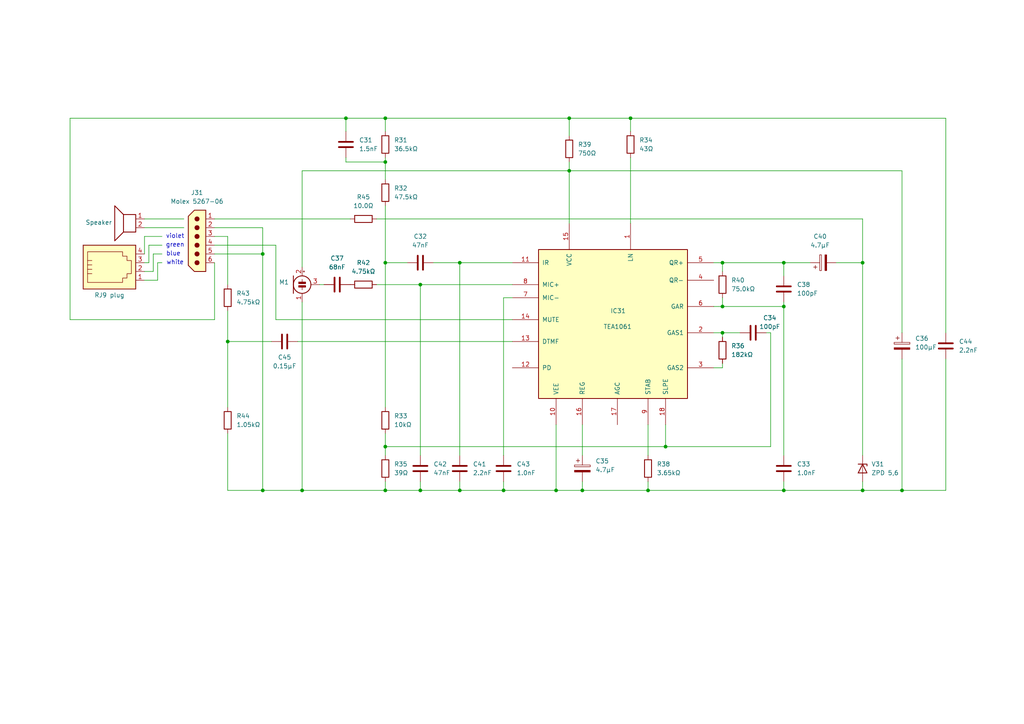
<source format=kicad_sch>
(kicad_sch
	(version 20250114)
	(generator "eeschema")
	(generator_version "9.0")
	(uuid "770533dd-d610-478a-9620-75e1d7890cf1")
	(paper "A4")
	(lib_symbols
		(symbol "Connector:RJ9"
			(pin_names
				(offset 1.016)
			)
			(exclude_from_sim no)
			(in_bom yes)
			(on_board yes)
			(property "Reference" "J"
				(at -5.08 8.89 0)
				(effects
					(font
						(size 1.27 1.27)
					)
					(justify right)
				)
			)
			(property "Value" "RJ9"
				(at 2.54 8.89 0)
				(effects
					(font
						(size 1.27 1.27)
					)
					(justify left)
				)
			)
			(property "Footprint" ""
				(at 0 1.27 90)
				(effects
					(font
						(size 1.27 1.27)
					)
					(hide yes)
				)
			)
			(property "Datasheet" "~"
				(at 0 1.27 90)
				(effects
					(font
						(size 1.27 1.27)
					)
					(hide yes)
				)
			)
			(property "Description" "RJ connector, 4P4C (4 positions 4 connected)"
				(at 0 0 0)
				(effects
					(font
						(size 1.27 1.27)
					)
					(hide yes)
				)
			)
			(property "ki_keywords" "4P4C RJ socket connector"
				(at 0 0 0)
				(effects
					(font
						(size 1.27 1.27)
					)
					(hide yes)
				)
			)
			(property "ki_fp_filters" "4P4C* RJ9* RJ10* RJ22*"
				(at 0 0 0)
				(effects
					(font
						(size 1.27 1.27)
					)
					(hide yes)
				)
			)
			(symbol "RJ9_0_1"
				(polyline
					(pts
						(xy -6.35 3.175) (xy -5.08 3.175) (xy -5.08 3.175)
					)
					(stroke
						(width 0)
						(type default)
					)
					(fill
						(type none)
					)
				)
				(polyline
					(pts
						(xy -6.35 1.905) (xy -5.08 1.905) (xy -5.08 1.905)
					)
					(stroke
						(width 0)
						(type default)
					)
					(fill
						(type none)
					)
				)
				(polyline
					(pts
						(xy -6.35 0.635) (xy -5.08 0.635) (xy -5.08 0.635)
					)
					(stroke
						(width 0)
						(type default)
					)
					(fill
						(type none)
					)
				)
				(polyline
					(pts
						(xy -6.35 -0.635) (xy -5.08 -0.635) (xy -5.08 -0.635)
					)
					(stroke
						(width 0)
						(type default)
					)
					(fill
						(type none)
					)
				)
				(polyline
					(pts
						(xy -6.35 -3.175) (xy -6.35 5.715) (xy -1.27 5.715) (xy 3.81 5.715) (xy 3.81 4.445) (xy 5.08 4.445)
						(xy 5.08 3.175) (xy 6.35 3.175) (xy 6.35 -0.635) (xy 5.08 -0.635) (xy 5.08 -1.905) (xy 3.81 -1.905)
						(xy 3.81 -3.175) (xy -6.35 -3.175) (xy -6.35 -3.175)
					)
					(stroke
						(width 0)
						(type default)
					)
					(fill
						(type none)
					)
				)
				(rectangle
					(start 7.62 7.62)
					(end -7.62 -5.08)
					(stroke
						(width 0.254)
						(type default)
					)
					(fill
						(type background)
					)
				)
			)
			(symbol "RJ9_1_1"
				(pin passive line
					(at 10.16 5.08 180)
					(length 2.54)
					(name "~"
						(effects
							(font
								(size 1.27 1.27)
							)
						)
					)
					(number "4"
						(effects
							(font
								(size 1.27 1.27)
							)
						)
					)
				)
				(pin passive line
					(at 10.16 2.54 180)
					(length 2.54)
					(name "~"
						(effects
							(font
								(size 1.27 1.27)
							)
						)
					)
					(number "3"
						(effects
							(font
								(size 1.27 1.27)
							)
						)
					)
				)
				(pin passive line
					(at 10.16 0 180)
					(length 2.54)
					(name "~"
						(effects
							(font
								(size 1.27 1.27)
							)
						)
					)
					(number "2"
						(effects
							(font
								(size 1.27 1.27)
							)
						)
					)
				)
				(pin passive line
					(at 10.16 -2.54 180)
					(length 2.54)
					(name "~"
						(effects
							(font
								(size 1.27 1.27)
							)
						)
					)
					(number "1"
						(effects
							(font
								(size 1.27 1.27)
							)
						)
					)
				)
			)
			(embedded_fonts no)
		)
		(symbol "Device:C"
			(pin_numbers
				(hide yes)
			)
			(pin_names
				(offset 0.254)
			)
			(exclude_from_sim no)
			(in_bom yes)
			(on_board yes)
			(property "Reference" "C"
				(at 0.635 2.54 0)
				(effects
					(font
						(size 1.27 1.27)
					)
					(justify left)
				)
			)
			(property "Value" "C"
				(at 0.635 -2.54 0)
				(effects
					(font
						(size 1.27 1.27)
					)
					(justify left)
				)
			)
			(property "Footprint" ""
				(at 0.9652 -3.81 0)
				(effects
					(font
						(size 1.27 1.27)
					)
					(hide yes)
				)
			)
			(property "Datasheet" "~"
				(at 0 0 0)
				(effects
					(font
						(size 1.27 1.27)
					)
					(hide yes)
				)
			)
			(property "Description" "Unpolarized capacitor"
				(at 0 0 0)
				(effects
					(font
						(size 1.27 1.27)
					)
					(hide yes)
				)
			)
			(property "ki_keywords" "cap capacitor"
				(at 0 0 0)
				(effects
					(font
						(size 1.27 1.27)
					)
					(hide yes)
				)
			)
			(property "ki_fp_filters" "C_*"
				(at 0 0 0)
				(effects
					(font
						(size 1.27 1.27)
					)
					(hide yes)
				)
			)
			(symbol "C_0_1"
				(polyline
					(pts
						(xy -2.032 0.762) (xy 2.032 0.762)
					)
					(stroke
						(width 0.508)
						(type default)
					)
					(fill
						(type none)
					)
				)
				(polyline
					(pts
						(xy -2.032 -0.762) (xy 2.032 -0.762)
					)
					(stroke
						(width 0.508)
						(type default)
					)
					(fill
						(type none)
					)
				)
			)
			(symbol "C_1_1"
				(pin passive line
					(at 0 3.81 270)
					(length 2.794)
					(name "~"
						(effects
							(font
								(size 1.27 1.27)
							)
						)
					)
					(number "1"
						(effects
							(font
								(size 1.27 1.27)
							)
						)
					)
				)
				(pin passive line
					(at 0 -3.81 90)
					(length 2.794)
					(name "~"
						(effects
							(font
								(size 1.27 1.27)
							)
						)
					)
					(number "2"
						(effects
							(font
								(size 1.27 1.27)
							)
						)
					)
				)
			)
			(embedded_fonts no)
		)
		(symbol "Device:C_Polarized"
			(pin_numbers
				(hide yes)
			)
			(pin_names
				(offset 0.254)
			)
			(exclude_from_sim no)
			(in_bom yes)
			(on_board yes)
			(property "Reference" "C"
				(at 0.635 2.54 0)
				(effects
					(font
						(size 1.27 1.27)
					)
					(justify left)
				)
			)
			(property "Value" "C_Polarized"
				(at 0.635 -2.54 0)
				(effects
					(font
						(size 1.27 1.27)
					)
					(justify left)
				)
			)
			(property "Footprint" ""
				(at 0.9652 -3.81 0)
				(effects
					(font
						(size 1.27 1.27)
					)
					(hide yes)
				)
			)
			(property "Datasheet" "~"
				(at 0 0 0)
				(effects
					(font
						(size 1.27 1.27)
					)
					(hide yes)
				)
			)
			(property "Description" "Polarized capacitor"
				(at 0 0 0)
				(effects
					(font
						(size 1.27 1.27)
					)
					(hide yes)
				)
			)
			(property "ki_keywords" "cap capacitor"
				(at 0 0 0)
				(effects
					(font
						(size 1.27 1.27)
					)
					(hide yes)
				)
			)
			(property "ki_fp_filters" "CP_*"
				(at 0 0 0)
				(effects
					(font
						(size 1.27 1.27)
					)
					(hide yes)
				)
			)
			(symbol "C_Polarized_0_1"
				(rectangle
					(start -2.286 0.508)
					(end 2.286 1.016)
					(stroke
						(width 0)
						(type default)
					)
					(fill
						(type none)
					)
				)
				(polyline
					(pts
						(xy -1.778 2.286) (xy -0.762 2.286)
					)
					(stroke
						(width 0)
						(type default)
					)
					(fill
						(type none)
					)
				)
				(polyline
					(pts
						(xy -1.27 2.794) (xy -1.27 1.778)
					)
					(stroke
						(width 0)
						(type default)
					)
					(fill
						(type none)
					)
				)
				(rectangle
					(start 2.286 -0.508)
					(end -2.286 -1.016)
					(stroke
						(width 0)
						(type default)
					)
					(fill
						(type outline)
					)
				)
			)
			(symbol "C_Polarized_1_1"
				(pin passive line
					(at 0 3.81 270)
					(length 2.794)
					(name "~"
						(effects
							(font
								(size 1.27 1.27)
							)
						)
					)
					(number "1"
						(effects
							(font
								(size 1.27 1.27)
							)
						)
					)
				)
				(pin passive line
					(at 0 -3.81 90)
					(length 2.794)
					(name "~"
						(effects
							(font
								(size 1.27 1.27)
							)
						)
					)
					(number "2"
						(effects
							(font
								(size 1.27 1.27)
							)
						)
					)
				)
			)
			(embedded_fonts no)
		)
		(symbol "Device:D_Zener"
			(pin_numbers
				(hide yes)
			)
			(pin_names
				(offset 1.016)
				(hide yes)
			)
			(exclude_from_sim no)
			(in_bom yes)
			(on_board yes)
			(property "Reference" "D"
				(at 0 2.54 0)
				(effects
					(font
						(size 1.27 1.27)
					)
				)
			)
			(property "Value" "D_Zener"
				(at 0 -2.54 0)
				(effects
					(font
						(size 1.27 1.27)
					)
				)
			)
			(property "Footprint" ""
				(at 0 0 0)
				(effects
					(font
						(size 1.27 1.27)
					)
					(hide yes)
				)
			)
			(property "Datasheet" "~"
				(at 0 0 0)
				(effects
					(font
						(size 1.27 1.27)
					)
					(hide yes)
				)
			)
			(property "Description" "Zener diode"
				(at 0 0 0)
				(effects
					(font
						(size 1.27 1.27)
					)
					(hide yes)
				)
			)
			(property "ki_keywords" "diode"
				(at 0 0 0)
				(effects
					(font
						(size 1.27 1.27)
					)
					(hide yes)
				)
			)
			(property "ki_fp_filters" "TO-???* *_Diode_* *SingleDiode* D_*"
				(at 0 0 0)
				(effects
					(font
						(size 1.27 1.27)
					)
					(hide yes)
				)
			)
			(symbol "D_Zener_0_1"
				(polyline
					(pts
						(xy -1.27 -1.27) (xy -1.27 1.27) (xy -0.762 1.27)
					)
					(stroke
						(width 0.254)
						(type default)
					)
					(fill
						(type none)
					)
				)
				(polyline
					(pts
						(xy 1.27 0) (xy -1.27 0)
					)
					(stroke
						(width 0)
						(type default)
					)
					(fill
						(type none)
					)
				)
				(polyline
					(pts
						(xy 1.27 -1.27) (xy 1.27 1.27) (xy -1.27 0) (xy 1.27 -1.27)
					)
					(stroke
						(width 0.254)
						(type default)
					)
					(fill
						(type none)
					)
				)
			)
			(symbol "D_Zener_1_1"
				(pin passive line
					(at -3.81 0 0)
					(length 2.54)
					(name "K"
						(effects
							(font
								(size 1.27 1.27)
							)
						)
					)
					(number "1"
						(effects
							(font
								(size 1.27 1.27)
							)
						)
					)
				)
				(pin passive line
					(at 3.81 0 180)
					(length 2.54)
					(name "A"
						(effects
							(font
								(size 1.27 1.27)
							)
						)
					)
					(number "2"
						(effects
							(font
								(size 1.27 1.27)
							)
						)
					)
				)
			)
			(embedded_fonts no)
		)
		(symbol "Device:R"
			(pin_numbers
				(hide yes)
			)
			(pin_names
				(offset 0)
			)
			(exclude_from_sim no)
			(in_bom yes)
			(on_board yes)
			(property "Reference" "R"
				(at 2.032 0 90)
				(effects
					(font
						(size 1.27 1.27)
					)
				)
			)
			(property "Value" "R"
				(at 0 0 90)
				(effects
					(font
						(size 1.27 1.27)
					)
				)
			)
			(property "Footprint" ""
				(at -1.778 0 90)
				(effects
					(font
						(size 1.27 1.27)
					)
					(hide yes)
				)
			)
			(property "Datasheet" "~"
				(at 0 0 0)
				(effects
					(font
						(size 1.27 1.27)
					)
					(hide yes)
				)
			)
			(property "Description" "Resistor"
				(at 0 0 0)
				(effects
					(font
						(size 1.27 1.27)
					)
					(hide yes)
				)
			)
			(property "ki_keywords" "R res resistor"
				(at 0 0 0)
				(effects
					(font
						(size 1.27 1.27)
					)
					(hide yes)
				)
			)
			(property "ki_fp_filters" "R_*"
				(at 0 0 0)
				(effects
					(font
						(size 1.27 1.27)
					)
					(hide yes)
				)
			)
			(symbol "R_0_1"
				(rectangle
					(start -1.016 -2.54)
					(end 1.016 2.54)
					(stroke
						(width 0.254)
						(type default)
					)
					(fill
						(type none)
					)
				)
			)
			(symbol "R_1_1"
				(pin passive line
					(at 0 3.81 270)
					(length 1.27)
					(name "~"
						(effects
							(font
								(size 1.27 1.27)
							)
						)
					)
					(number "1"
						(effects
							(font
								(size 1.27 1.27)
							)
						)
					)
				)
				(pin passive line
					(at 0 -3.81 90)
					(length 1.27)
					(name "~"
						(effects
							(font
								(size 1.27 1.27)
							)
						)
					)
					(number "2"
						(effects
							(font
								(size 1.27 1.27)
							)
						)
					)
				)
			)
			(embedded_fonts no)
		)
		(symbol "Device:Speaker"
			(pin_names
				(offset 0)
				(hide yes)
			)
			(exclude_from_sim no)
			(in_bom yes)
			(on_board yes)
			(property "Reference" "LS"
				(at 1.27 5.715 0)
				(effects
					(font
						(size 1.27 1.27)
					)
					(justify right)
				)
			)
			(property "Value" "Speaker"
				(at 1.27 3.81 0)
				(effects
					(font
						(size 1.27 1.27)
					)
					(justify right)
				)
			)
			(property "Footprint" ""
				(at 0 -5.08 0)
				(effects
					(font
						(size 1.27 1.27)
					)
					(hide yes)
				)
			)
			(property "Datasheet" "~"
				(at -0.254 -1.27 0)
				(effects
					(font
						(size 1.27 1.27)
					)
					(hide yes)
				)
			)
			(property "Description" "Speaker"
				(at 0 0 0)
				(effects
					(font
						(size 1.27 1.27)
					)
					(hide yes)
				)
			)
			(property "ki_keywords" "speaker sound"
				(at 0 0 0)
				(effects
					(font
						(size 1.27 1.27)
					)
					(hide yes)
				)
			)
			(symbol "Speaker_0_0"
				(rectangle
					(start -2.54 1.27)
					(end 1.016 -3.81)
					(stroke
						(width 0.254)
						(type default)
					)
					(fill
						(type none)
					)
				)
				(polyline
					(pts
						(xy 1.016 1.27) (xy 3.556 3.81) (xy 3.556 -6.35) (xy 1.016 -3.81)
					)
					(stroke
						(width 0.254)
						(type default)
					)
					(fill
						(type none)
					)
				)
			)
			(symbol "Speaker_1_1"
				(pin input line
					(at -5.08 0 0)
					(length 2.54)
					(name "1"
						(effects
							(font
								(size 1.27 1.27)
							)
						)
					)
					(number "1"
						(effects
							(font
								(size 1.27 1.27)
							)
						)
					)
				)
				(pin input line
					(at -5.08 -2.54 0)
					(length 2.54)
					(name "2"
						(effects
							(font
								(size 1.27 1.27)
							)
						)
					)
					(number "2"
						(effects
							(font
								(size 1.27 1.27)
							)
						)
					)
				)
			)
			(embedded_fonts no)
		)
		(symbol "Project_Library:Microphone_Condenser_3pin"
			(pin_names
				(offset 0.0254)
				(hide yes)
			)
			(exclude_from_sim no)
			(in_bom yes)
			(on_board yes)
			(property "Reference" "M"
				(at -3.302 1.27 0)
				(effects
					(font
						(size 1.27 1.27)
					)
					(justify right)
				)
			)
			(property "Value" ""
				(at -3.302 -0.635 0)
				(effects
					(font
						(size 1.27 1.27)
					)
					(justify right)
					(hide yes)
				)
			)
			(property "Footprint" "Project_Library:Mic_3pin"
				(at -6.096 2.794 90)
				(effects
					(font
						(size 1.27 1.27)
					)
					(hide yes)
				)
			)
			(property "Datasheet" "~"
				(at -14.986 7.112 90)
				(effects
					(font
						(size 1.27 1.27)
					)
					(hide yes)
				)
			)
			(property "Description" "Condenser microphone"
				(at -14.224 8.89 0)
				(effects
					(font
						(size 1.27 1.27)
					)
					(hide yes)
				)
			)
			(property "ki_keywords" "capacitance condenser microphone"
				(at 0 0 0)
				(effects
					(font
						(size 1.27 1.27)
					)
					(hide yes)
				)
			)
			(symbol "Microphone_Condenser_3pin_0_1"
				(polyline
					(pts
						(xy -2.54 2.54) (xy -2.54 -2.54)
					)
					(stroke
						(width 0.254)
						(type default)
					)
					(fill
						(type none)
					)
				)
				(polyline
					(pts
						(xy 0 0.762) (xy 0 1.524)
					)
					(stroke
						(width 0)
						(type default)
					)
					(fill
						(type none)
					)
				)
				(circle
					(center 0 0)
					(radius 2.54)
					(stroke
						(width 0.254)
						(type default)
					)
					(fill
						(type none)
					)
				)
				(polyline
					(pts
						(xy 0 -0.762) (xy 0 -1.524)
					)
					(stroke
						(width 0)
						(type default)
					)
					(fill
						(type none)
					)
				)
				(polyline
					(pts
						(xy 0.254 3.81) (xy 0.762 3.81)
					)
					(stroke
						(width 0)
						(type default)
					)
					(fill
						(type none)
					)
				)
				(polyline
					(pts
						(xy 0.508 4.064) (xy 0.508 3.556)
					)
					(stroke
						(width 0)
						(type default)
					)
					(fill
						(type none)
					)
				)
				(rectangle
					(start 1.016 0.762)
					(end -1.016 0.254)
					(stroke
						(width 0)
						(type default)
					)
					(fill
						(type outline)
					)
				)
				(rectangle
					(start 1.016 -0.254)
					(end -1.016 -0.762)
					(stroke
						(width 0)
						(type default)
					)
					(fill
						(type outline)
					)
				)
			)
			(symbol "Microphone_Condenser_3pin_1_1"
				(pin passive line
					(at 0 5.08 270)
					(length 2.54)
					(name "+"
						(effects
							(font
								(size 1.27 1.27)
							)
						)
					)
					(number "2"
						(effects
							(font
								(size 1.27 1.27)
							)
						)
					)
				)
				(pin passive line
					(at 0 -5.08 90)
					(length 2.54)
					(name "-"
						(effects
							(font
								(size 1.27 1.27)
							)
						)
					)
					(number "1"
						(effects
							(font
								(size 1.27 1.27)
							)
						)
					)
				)
				(pin passive line
					(at 5.08 0 180)
					(length 2.54)
					(name ""
						(effects
							(font
								(size 1.27 1.27)
							)
						)
					)
					(number "3"
						(effects
							(font
								(size 1.27 1.27)
							)
						)
					)
				)
			)
			(embedded_fonts no)
		)
		(symbol "Project_Library:Molex_5267-06"
			(exclude_from_sim no)
			(in_bom no)
			(on_board yes)
			(property "Reference" "J"
				(at 9.906 0 0)
				(effects
					(font
						(size 1.27 1.27)
					)
				)
			)
			(property "Value" "Molex 5267-06"
				(at 0 3.81 0)
				(effects
					(font
						(size 1.27 1.27)
					)
				)
			)
			(property "Footprint" "Connector_Molex:Molex_SPOX_5267-06A_1x06_P2.50mm_Vertical"
				(at 3.81 11.176 0)
				(effects
					(font
						(size 1.27 1.27)
					)
					(hide yes)
				)
			)
			(property "Datasheet" "https://www.molex.com/en-us/products/part-detail/22035065"
				(at 4.064 8.89 0)
				(effects
					(font
						(size 1.27 1.27)
					)
					(hide yes)
				)
			)
			(property "Description" "Molex 5267 series, part 22035065"
				(at 1.524 6.35 0)
				(effects
					(font
						(size 1.27 1.27)
					)
					(hide yes)
				)
			)
			(property "ki_keywords" "Debug plug-of-nails"
				(at 0 0 0)
				(effects
					(font
						(size 1.27 1.27)
					)
					(hide yes)
				)
			)
			(property "ki_fp_filters" "*TC2030*"
				(at 0 0 0)
				(effects
					(font
						(size 1.27 1.27)
					)
					(hide yes)
				)
			)
			(symbol "Molex_5267-06_0_1"
				(polyline
					(pts
						(xy 7.112 2.54) (xy -7.112 2.54) (xy -8.89 0.762) (xy -8.89 -2.54) (xy 8.89 -2.54) (xy 8.89 0.762)
						(xy 7.112 2.54)
					)
					(stroke
						(width 0.254)
						(type default)
					)
					(fill
						(type background)
					)
				)
			)
			(symbol "Molex_5267-06_1_1"
				(circle
					(center -6.35 0)
					(radius 0.635)
					(stroke
						(width 0)
						(type default)
					)
					(fill
						(type outline)
					)
				)
				(circle
					(center -3.81 0)
					(radius 0.635)
					(stroke
						(width 0)
						(type default)
					)
					(fill
						(type outline)
					)
				)
				(circle
					(center -1.27 0)
					(radius 0.635)
					(stroke
						(width 0)
						(type default)
					)
					(fill
						(type outline)
					)
				)
				(circle
					(center 1.27 0)
					(radius 0.635)
					(stroke
						(width 0)
						(type default)
					)
					(fill
						(type outline)
					)
				)
				(circle
					(center 3.81 0)
					(radius 0.635)
					(stroke
						(width 0)
						(type default)
					)
					(fill
						(type outline)
					)
				)
				(circle
					(center 6.35 0)
					(radius 0.635)
					(stroke
						(width 0)
						(type default)
					)
					(fill
						(type outline)
					)
				)
				(pin passive line
					(at -6.35 -5.08 90)
					(length 2.54)
					(name "~"
						(effects
							(font
								(size 1.27 1.27)
							)
						)
					)
					(number "6"
						(effects
							(font
								(size 1.27 1.27)
							)
						)
					)
				)
				(pin passive line
					(at -3.81 -5.08 90)
					(length 2.54)
					(name "~"
						(effects
							(font
								(size 1.27 1.27)
							)
						)
					)
					(number "5"
						(effects
							(font
								(size 1.27 1.27)
							)
						)
					)
				)
				(pin passive line
					(at -1.27 -5.08 90)
					(length 2.54)
					(name "~"
						(effects
							(font
								(size 1.27 1.27)
							)
						)
					)
					(number "4"
						(effects
							(font
								(size 1.27 1.27)
							)
						)
					)
				)
				(pin passive line
					(at 1.27 -5.08 90)
					(length 2.54)
					(name "~"
						(effects
							(font
								(size 1.27 1.27)
							)
						)
					)
					(number "3"
						(effects
							(font
								(size 1.27 1.27)
							)
						)
					)
				)
				(pin passive line
					(at 3.81 -5.08 90)
					(length 2.54)
					(name "~"
						(effects
							(font
								(size 1.27 1.27)
							)
						)
					)
					(number "2"
						(effects
							(font
								(size 1.27 1.27)
							)
						)
					)
				)
				(pin passive line
					(at 6.35 -5.08 90)
					(length 2.54)
					(name "~"
						(effects
							(font
								(size 1.27 1.27)
							)
						)
					)
					(number "1"
						(effects
							(font
								(size 1.27 1.27)
							)
						)
					)
				)
			)
			(embedded_fonts no)
		)
		(symbol "Project_Library:TEA1061"
			(pin_names
				(offset 1.016)
			)
			(exclude_from_sim no)
			(in_bom yes)
			(on_board yes)
			(property "Reference" "IC31"
				(at -0.762 3.81 0)
				(effects
					(font
						(size 1.27 1.27)
					)
					(justify left)
				)
			)
			(property "Value" "TEA1061"
				(at -2.794 -0.762 0)
				(effects
					(font
						(size 1.27 1.27)
					)
					(justify left)
				)
			)
			(property "Footprint" "Package_DIP:DIP-18_W7.62mm"
				(at 6.35 -1.778 0)
				(effects
					(font
						(size 1.27 1.27)
					)
					(hide yes)
				)
			)
			(property "Datasheet" "https://octopart.com/datasheet/nxp-semiconductors/TEA1061"
				(at 6.35 -1.778 0)
				(effects
					(font
						(size 1.27 1.27)
					)
					(hide yes)
				)
			)
			(property "Description" "bipolar integrated circuit performing all speech, and line interface functions required in fully electronic telephone sets. The circuits internally perform electronic switching between dialling and speech."
				(at 7.62 -0.508 0)
				(effects
					(font
						(size 1.27 1.27)
					)
					(hide yes)
				)
			)
			(symbol "TEA1061_0_1"
				(rectangle
					(start -21.59 21.59)
					(end 21.59 -21.59)
					(stroke
						(width 0.254)
						(type default)
					)
					(fill
						(type background)
					)
				)
			)
			(symbol "TEA1061_1_1"
				(pin input line
					(at -29.21 17.78 0)
					(length 7.62)
					(name "IR"
						(effects
							(font
								(size 1.27 1.27)
							)
						)
					)
					(number "11"
						(effects
							(font
								(size 1.27 1.27)
							)
						)
					)
				)
				(pin input line
					(at -29.21 11.43 0)
					(length 7.62)
					(name "MIC+"
						(effects
							(font
								(size 1.27 1.27)
							)
						)
					)
					(number "8"
						(effects
							(font
								(size 1.27 1.27)
							)
						)
					)
				)
				(pin input line
					(at -29.21 7.62 0)
					(length 7.62)
					(name "MIC-"
						(effects
							(font
								(size 1.27 1.27)
							)
						)
					)
					(number "7"
						(effects
							(font
								(size 1.27 1.27)
							)
						)
					)
				)
				(pin input line
					(at -29.21 1.27 0)
					(length 7.62)
					(name "MUTE"
						(effects
							(font
								(size 1.27 1.27)
							)
						)
					)
					(number "14"
						(effects
							(font
								(size 1.27 1.27)
							)
						)
					)
				)
				(pin input line
					(at -29.21 -5.08 0)
					(length 7.62)
					(name "DTMF"
						(effects
							(font
								(size 1.27 1.27)
							)
						)
					)
					(number "13"
						(effects
							(font
								(size 1.27 1.27)
							)
						)
					)
				)
				(pin input line
					(at -29.21 -12.7 0)
					(length 7.62)
					(name "PD"
						(effects
							(font
								(size 1.27 1.27)
							)
						)
					)
					(number "12"
						(effects
							(font
								(size 1.27 1.27)
							)
						)
					)
				)
				(pin power_in line
					(at -16.51 -29.21 90)
					(length 7.62)
					(name "VEE"
						(effects
							(font
								(size 1.27 1.27)
							)
						)
					)
					(number "10"
						(effects
							(font
								(size 1.27 1.27)
							)
						)
					)
				)
				(pin power_in line
					(at -12.7 29.21 270)
					(length 7.62)
					(name "VCC"
						(effects
							(font
								(size 1.27 1.27)
							)
						)
					)
					(number "15"
						(effects
							(font
								(size 1.27 1.27)
							)
						)
					)
				)
				(pin input line
					(at -8.89 -29.21 90)
					(length 7.62)
					(name "REG"
						(effects
							(font
								(size 1.27 1.27)
							)
						)
					)
					(number "16"
						(effects
							(font
								(size 1.27 1.27)
							)
						)
					)
				)
				(pin output line
					(at 1.27 -29.21 90)
					(length 7.62)
					(name "AGC"
						(effects
							(font
								(size 1.27 1.27)
							)
						)
					)
					(number "17"
						(effects
							(font
								(size 1.27 1.27)
							)
						)
					)
				)
				(pin input line
					(at 5.08 29.21 270)
					(length 7.62)
					(name "LN"
						(effects
							(font
								(size 1.27 1.27)
							)
						)
					)
					(number "1"
						(effects
							(font
								(size 1.27 1.27)
							)
						)
					)
				)
				(pin input line
					(at 10.16 -29.21 90)
					(length 7.62)
					(name "STAB"
						(effects
							(font
								(size 1.27 1.27)
							)
						)
					)
					(number "9"
						(effects
							(font
								(size 1.27 1.27)
							)
						)
					)
				)
				(pin output line
					(at 15.24 -29.21 90)
					(length 7.62)
					(name "SLPE"
						(effects
							(font
								(size 1.27 1.27)
							)
						)
					)
					(number "18"
						(effects
							(font
								(size 1.27 1.27)
							)
						)
					)
				)
				(pin output line
					(at 29.21 17.78 180)
					(length 7.62)
					(name "QR+"
						(effects
							(font
								(size 1.27 1.27)
							)
						)
					)
					(number "5"
						(effects
							(font
								(size 1.27 1.27)
							)
						)
					)
				)
				(pin output line
					(at 29.21 12.7 180)
					(length 7.62)
					(name "QR-"
						(effects
							(font
								(size 1.27 1.27)
							)
						)
					)
					(number "4"
						(effects
							(font
								(size 1.27 1.27)
							)
						)
					)
				)
				(pin input line
					(at 29.21 5.08 180)
					(length 7.62)
					(name "GAR"
						(effects
							(font
								(size 1.27 1.27)
							)
						)
					)
					(number "6"
						(effects
							(font
								(size 1.27 1.27)
							)
						)
					)
				)
				(pin input line
					(at 29.21 -2.54 180)
					(length 7.62)
					(name "GAS1"
						(effects
							(font
								(size 1.27 1.27)
							)
						)
					)
					(number "2"
						(effects
							(font
								(size 1.27 1.27)
							)
						)
					)
				)
				(pin input line
					(at 29.21 -12.7 180)
					(length 7.62)
					(name "GAS2"
						(effects
							(font
								(size 1.27 1.27)
							)
						)
					)
					(number "3"
						(effects
							(font
								(size 1.27 1.27)
							)
						)
					)
				)
			)
			(embedded_fonts no)
		)
	)
	(text "white"
		(exclude_from_sim no)
		(at 50.8 76.2 0)
		(effects
			(font
				(size 1.27 1.27)
			)
		)
		(uuid "071bdeac-2cfe-4cb1-a7f3-2cc5e714aa1c")
	)
	(text "green"
		(exclude_from_sim no)
		(at 50.8 71.12 0)
		(effects
			(font
				(size 1.27 1.27)
			)
		)
		(uuid "37507d67-fc27-4f12-8593-72fd84c7b47c")
	)
	(text "violet"
		(exclude_from_sim no)
		(at 50.8 68.58 0)
		(effects
			(font
				(size 1.27 1.27)
			)
		)
		(uuid "9211aa48-48f3-4f4d-b459-d1720078fd87")
	)
	(text "blue"
		(exclude_from_sim no)
		(at 50.292 73.66 0)
		(effects
			(font
				(size 1.27 1.27)
			)
		)
		(uuid "c3c589c6-32c3-4b0f-8d54-9c8b25e70a1f")
	)
	(junction
		(at 111.76 46.99)
		(diameter 0)
		(color 0 0 0 0)
		(uuid "0368d73e-e329-4043-b555-cebcd3ce086a")
	)
	(junction
		(at 227.33 76.2)
		(diameter 0)
		(color 0 0 0 0)
		(uuid "04914350-07f1-4425-b02d-4de195c4a081")
	)
	(junction
		(at 209.55 96.52)
		(diameter 0)
		(color 0 0 0 0)
		(uuid "0d271be9-e637-4b04-9580-ab86a2bf2359")
	)
	(junction
		(at 66.04 99.06)
		(diameter 0)
		(color 0 0 0 0)
		(uuid "0f53b023-e6d6-4261-b76a-3044f90314ab")
	)
	(junction
		(at 87.63 142.24)
		(diameter 0)
		(color 0 0 0 0)
		(uuid "126c4373-7445-42f3-b25c-a5c7fca4434b")
	)
	(junction
		(at 261.62 142.24)
		(diameter 0)
		(color 0 0 0 0)
		(uuid "1273cab6-3c71-45ab-8b57-c053e2116329")
	)
	(junction
		(at 187.96 142.24)
		(diameter 0)
		(color 0 0 0 0)
		(uuid "2a0ad836-a123-4402-95d4-d63dcd94bb28")
	)
	(junction
		(at 165.1 49.53)
		(diameter 0)
		(color 0 0 0 0)
		(uuid "2ed8c81d-92a0-4d41-9666-7542cd3f1ced")
	)
	(junction
		(at 133.35 76.2)
		(diameter 0)
		(color 0 0 0 0)
		(uuid "33db3574-1cb7-4c65-a2ff-5665229d3971")
	)
	(junction
		(at 146.05 142.24)
		(diameter 0)
		(color 0 0 0 0)
		(uuid "3485c54d-39bc-4243-9c38-836f04a8b0c1")
	)
	(junction
		(at 121.92 142.24)
		(diameter 0)
		(color 0 0 0 0)
		(uuid "36f764e8-3c2b-40b3-9bc8-d44c6469a05b")
	)
	(junction
		(at 209.55 76.2)
		(diameter 0)
		(color 0 0 0 0)
		(uuid "3a89f079-f815-4d23-9043-0078b7aa46e2")
	)
	(junction
		(at 250.19 76.2)
		(diameter 0)
		(color 0 0 0 0)
		(uuid "3e0673cd-ff2e-439b-a86c-17346a22995a")
	)
	(junction
		(at 121.92 82.55)
		(diameter 0)
		(color 0 0 0 0)
		(uuid "4c209ff4-9ff5-4672-9fa1-e0d6dea1cdd7")
	)
	(junction
		(at 227.33 88.9)
		(diameter 0)
		(color 0 0 0 0)
		(uuid "60bd1205-b12e-4c65-b129-16d1f5b2c8a6")
	)
	(junction
		(at 76.2 73.66)
		(diameter 0)
		(color 0 0 0 0)
		(uuid "67305d03-fdaa-4526-8845-adfe75e6e25f")
	)
	(junction
		(at 161.29 142.24)
		(diameter 0)
		(color 0 0 0 0)
		(uuid "725bb1dc-1054-4171-af4e-67aabfe2954c")
	)
	(junction
		(at 227.33 142.24)
		(diameter 0)
		(color 0 0 0 0)
		(uuid "73bc4e46-971d-4a1d-9e3a-2fd421827e1d")
	)
	(junction
		(at 193.04 129.54)
		(diameter 0)
		(color 0 0 0 0)
		(uuid "78ad4d06-12d6-4c38-9305-9ce3fb27dcbb")
	)
	(junction
		(at 250.19 142.24)
		(diameter 0)
		(color 0 0 0 0)
		(uuid "8afc2d3d-adcb-47fd-b8bd-c3ab6210dc78")
	)
	(junction
		(at 209.55 88.9)
		(diameter 0)
		(color 0 0 0 0)
		(uuid "8c86916b-f230-4b00-a893-0232192f874f")
	)
	(junction
		(at 165.1 34.29)
		(diameter 0)
		(color 0 0 0 0)
		(uuid "8f9ac216-7989-4305-910c-73f50197ff22")
	)
	(junction
		(at 133.35 142.24)
		(diameter 0)
		(color 0 0 0 0)
		(uuid "98e47640-98b7-46b6-bccc-e99f533c35e4")
	)
	(junction
		(at 100.33 34.29)
		(diameter 0)
		(color 0 0 0 0)
		(uuid "9a9df503-80db-48fd-9642-745de9633196")
	)
	(junction
		(at 168.91 142.24)
		(diameter 0)
		(color 0 0 0 0)
		(uuid "aa487601-e8d8-4c1e-bb4c-4bf29c3d68e7")
	)
	(junction
		(at 76.2 142.24)
		(diameter 0)
		(color 0 0 0 0)
		(uuid "d7a0fde7-8625-439e-99d7-7b462eb15421")
	)
	(junction
		(at 111.76 34.29)
		(diameter 0)
		(color 0 0 0 0)
		(uuid "dd7c17bb-1346-4684-8c72-4443038adc80")
	)
	(junction
		(at 182.88 34.29)
		(diameter 0)
		(color 0 0 0 0)
		(uuid "ec6909ed-4af8-46a8-858f-ba87ad55d656")
	)
	(junction
		(at 111.76 129.54)
		(diameter 0)
		(color 0 0 0 0)
		(uuid "f35847fb-2d2e-4d14-997a-d7d88de74d9e")
	)
	(junction
		(at 111.76 142.24)
		(diameter 0)
		(color 0 0 0 0)
		(uuid "fbd16277-28d4-48a7-8531-174253e95015")
	)
	(junction
		(at 111.76 76.2)
		(diameter 0)
		(color 0 0 0 0)
		(uuid "fcf158f0-a053-4478-8fb0-4f462e9dae43")
	)
	(wire
		(pts
			(xy 274.32 34.29) (xy 182.88 34.29)
		)
		(stroke
			(width 0)
			(type default)
		)
		(uuid "014ec8b4-8188-4ebf-98d6-fa8b8135d2be")
	)
	(wire
		(pts
			(xy 168.91 142.24) (xy 187.96 142.24)
		)
		(stroke
			(width 0)
			(type default)
		)
		(uuid "01faeebb-46d3-4c36-842f-22b3cfb20497")
	)
	(wire
		(pts
			(xy 41.91 66.04) (xy 53.34 66.04)
		)
		(stroke
			(width 0)
			(type default)
		)
		(uuid "03564e14-77f3-403d-b966-37150de4afea")
	)
	(wire
		(pts
			(xy 76.2 142.24) (xy 87.63 142.24)
		)
		(stroke
			(width 0)
			(type default)
		)
		(uuid "050c54a7-bd14-4d86-88df-60dfa31b2791")
	)
	(wire
		(pts
			(xy 209.55 88.9) (xy 227.33 88.9)
		)
		(stroke
			(width 0)
			(type default)
		)
		(uuid "07b3b9e6-df12-44a7-b22c-092f5f794b8d")
	)
	(wire
		(pts
			(xy 86.36 99.06) (xy 148.59 99.06)
		)
		(stroke
			(width 0)
			(type default)
		)
		(uuid "0d33ddbd-dd2b-4205-846c-8e570ba5af1b")
	)
	(wire
		(pts
			(xy 168.91 142.24) (xy 168.91 139.7)
		)
		(stroke
			(width 0)
			(type default)
		)
		(uuid "0e6cd2a6-037e-4457-be63-73101072033f")
	)
	(wire
		(pts
			(xy 223.52 96.52) (xy 223.52 129.54)
		)
		(stroke
			(width 0)
			(type default)
		)
		(uuid "0ef7d7b9-45d3-4f99-8897-f157c819a114")
	)
	(wire
		(pts
			(xy 261.62 104.14) (xy 261.62 142.24)
		)
		(stroke
			(width 0)
			(type default)
		)
		(uuid "113e91fd-9b2f-4e9e-905c-be9e11b7e1f5")
	)
	(wire
		(pts
			(xy 111.76 129.54) (xy 193.04 129.54)
		)
		(stroke
			(width 0)
			(type default)
		)
		(uuid "11a7b606-af4b-47ad-b673-7f59beaab434")
	)
	(wire
		(pts
			(xy 227.33 87.63) (xy 227.33 88.9)
		)
		(stroke
			(width 0)
			(type default)
		)
		(uuid "11c1625d-4d0d-4ad8-a6a6-31c7c07a9311")
	)
	(wire
		(pts
			(xy 41.91 81.28) (xy 45.72 81.28)
		)
		(stroke
			(width 0)
			(type default)
		)
		(uuid "149f7d50-16a7-4d74-a83b-f72e8d83a1f2")
	)
	(wire
		(pts
			(xy 250.19 76.2) (xy 250.19 132.08)
		)
		(stroke
			(width 0)
			(type default)
		)
		(uuid "1bfe050c-ada0-4f9e-a68b-953f45cbd276")
	)
	(wire
		(pts
			(xy 20.32 34.29) (xy 100.33 34.29)
		)
		(stroke
			(width 0)
			(type default)
		)
		(uuid "1c91d62e-02e2-4d43-a7e2-f47fe6e0fae2")
	)
	(wire
		(pts
			(xy 87.63 87.63) (xy 87.63 142.24)
		)
		(stroke
			(width 0)
			(type default)
		)
		(uuid "21b328b4-cc0f-40f3-b342-ba47242086b9")
	)
	(wire
		(pts
			(xy 209.55 96.52) (xy 214.63 96.52)
		)
		(stroke
			(width 0)
			(type default)
		)
		(uuid "25af66cf-f604-4ff2-83f0-f2c7772b2586")
	)
	(wire
		(pts
			(xy 182.88 45.72) (xy 182.88 64.77)
		)
		(stroke
			(width 0)
			(type default)
		)
		(uuid "26628ad0-23ba-40c1-8c4c-cc49f444f657")
	)
	(wire
		(pts
			(xy 66.04 99.06) (xy 78.74 99.06)
		)
		(stroke
			(width 0)
			(type default)
		)
		(uuid "266ffff1-c8d7-4828-9aca-065a6699f309")
	)
	(wire
		(pts
			(xy 207.01 96.52) (xy 209.55 96.52)
		)
		(stroke
			(width 0)
			(type default)
		)
		(uuid "273e1da9-7aec-4a07-8284-4e2ce2826074")
	)
	(wire
		(pts
			(xy 261.62 49.53) (xy 261.62 96.52)
		)
		(stroke
			(width 0)
			(type default)
		)
		(uuid "28abee82-a2f9-47a5-a96d-1a7b9e13e8c7")
	)
	(wire
		(pts
			(xy 261.62 142.24) (xy 274.32 142.24)
		)
		(stroke
			(width 0)
			(type default)
		)
		(uuid "2b170537-6731-446d-b5da-98ebb2292fad")
	)
	(wire
		(pts
			(xy 111.76 125.73) (xy 111.76 129.54)
		)
		(stroke
			(width 0)
			(type default)
		)
		(uuid "2b5f20a7-87c5-4f77-95a0-b642f31faf5e")
	)
	(wire
		(pts
			(xy 109.22 82.55) (xy 121.92 82.55)
		)
		(stroke
			(width 0)
			(type default)
		)
		(uuid "38ab26af-7ff3-45ab-80f6-676c8b602db0")
	)
	(wire
		(pts
			(xy 227.33 76.2) (xy 227.33 80.01)
		)
		(stroke
			(width 0)
			(type default)
		)
		(uuid "394351fa-4bc7-4976-9acd-f238239131ee")
	)
	(wire
		(pts
			(xy 111.76 76.2) (xy 111.76 59.69)
		)
		(stroke
			(width 0)
			(type default)
		)
		(uuid "39575291-1a51-4c02-9d87-03b95e279b2f")
	)
	(wire
		(pts
			(xy 100.33 34.29) (xy 111.76 34.29)
		)
		(stroke
			(width 0)
			(type default)
		)
		(uuid "3a9eaa03-0e4e-483a-86a3-0ed4ca4bd0ac")
	)
	(wire
		(pts
			(xy 87.63 49.53) (xy 165.1 49.53)
		)
		(stroke
			(width 0)
			(type default)
		)
		(uuid "3aa6b3e6-602e-4644-8ea1-9d054dca1bc7")
	)
	(wire
		(pts
			(xy 125.73 76.2) (xy 133.35 76.2)
		)
		(stroke
			(width 0)
			(type default)
		)
		(uuid "3eb6f69c-2109-4c6a-9e47-888425b1ec49")
	)
	(wire
		(pts
			(xy 146.05 139.7) (xy 146.05 142.24)
		)
		(stroke
			(width 0)
			(type default)
		)
		(uuid "3f6b7aa7-0cfd-48fb-be83-dfdebebb17cc")
	)
	(wire
		(pts
			(xy 146.05 86.36) (xy 148.59 86.36)
		)
		(stroke
			(width 0)
			(type default)
		)
		(uuid "3ff88610-615e-4ef2-bc15-eb0d9e8db253")
	)
	(wire
		(pts
			(xy 100.33 34.29) (xy 100.33 38.1)
		)
		(stroke
			(width 0)
			(type default)
		)
		(uuid "40c0e991-f470-4765-92c7-fc68957168ae")
	)
	(wire
		(pts
			(xy 87.63 49.53) (xy 87.63 77.47)
		)
		(stroke
			(width 0)
			(type default)
		)
		(uuid "40ea459f-8291-4d80-b502-03e1c83b59a2")
	)
	(wire
		(pts
			(xy 250.19 63.5) (xy 109.22 63.5)
		)
		(stroke
			(width 0)
			(type default)
		)
		(uuid "41a6756e-bd44-4b6a-a7d6-be76593e9398")
	)
	(wire
		(pts
			(xy 146.05 86.36) (xy 146.05 132.08)
		)
		(stroke
			(width 0)
			(type default)
		)
		(uuid "442f12a2-bc95-4bc0-b667-88f1f45e34b9")
	)
	(wire
		(pts
			(xy 261.62 142.24) (xy 250.19 142.24)
		)
		(stroke
			(width 0)
			(type default)
		)
		(uuid "45282842-b229-4f5b-a12a-25cb4ae17e76")
	)
	(wire
		(pts
			(xy 193.04 123.19) (xy 193.04 129.54)
		)
		(stroke
			(width 0)
			(type default)
		)
		(uuid "52260a51-4285-4ac3-9a5c-4dcd4612542d")
	)
	(wire
		(pts
			(xy 87.63 142.24) (xy 111.76 142.24)
		)
		(stroke
			(width 0)
			(type default)
		)
		(uuid "54c7d430-a181-4770-bcaf-37d7ab902727")
	)
	(wire
		(pts
			(xy 62.23 63.5) (xy 101.6 63.5)
		)
		(stroke
			(width 0)
			(type default)
		)
		(uuid "5879585d-1d87-4d8e-8cd7-98500534ede7")
	)
	(wire
		(pts
			(xy 62.23 71.12) (xy 80.01 71.12)
		)
		(stroke
			(width 0)
			(type default)
		)
		(uuid "58b17761-6e4a-4573-9db8-51667e10f157")
	)
	(wire
		(pts
			(xy 250.19 139.7) (xy 250.19 142.24)
		)
		(stroke
			(width 0)
			(type default)
		)
		(uuid "5b59b8f5-435a-44a0-8e44-4d0df61bb22d")
	)
	(wire
		(pts
			(xy 207.01 88.9) (xy 209.55 88.9)
		)
		(stroke
			(width 0)
			(type default)
		)
		(uuid "5c471fd2-ef0d-4c6c-9d65-39da9e3b39e0")
	)
	(wire
		(pts
			(xy 100.33 46.99) (xy 100.33 45.72)
		)
		(stroke
			(width 0)
			(type default)
		)
		(uuid "5ebebb86-d6ee-4ff6-9e16-43a976ca629b")
	)
	(wire
		(pts
			(xy 44.45 73.66) (xy 46.99 73.66)
		)
		(stroke
			(width 0)
			(type default)
		)
		(uuid "5f7c1c23-50c2-42d9-a53d-4744c5c1b120")
	)
	(wire
		(pts
			(xy 111.76 139.7) (xy 111.76 142.24)
		)
		(stroke
			(width 0)
			(type default)
		)
		(uuid "6078a53d-6686-4c9c-9cbe-975c73ba741a")
	)
	(wire
		(pts
			(xy 76.2 66.04) (xy 76.2 73.66)
		)
		(stroke
			(width 0)
			(type default)
		)
		(uuid "61b00545-ab95-413d-8c29-1ca7e2ca9ead")
	)
	(wire
		(pts
			(xy 209.55 86.36) (xy 209.55 88.9)
		)
		(stroke
			(width 0)
			(type default)
		)
		(uuid "650b46ea-5938-4072-94e2-3a3eb6339a1f")
	)
	(wire
		(pts
			(xy 187.96 139.7) (xy 187.96 142.24)
		)
		(stroke
			(width 0)
			(type default)
		)
		(uuid "675715fc-67b0-4eaa-aae6-bdc4b1f6fce7")
	)
	(wire
		(pts
			(xy 161.29 123.19) (xy 161.29 142.24)
		)
		(stroke
			(width 0)
			(type default)
		)
		(uuid "6d48c3c4-fc84-447d-a2b5-4a9584efddf2")
	)
	(wire
		(pts
			(xy 121.92 142.24) (xy 133.35 142.24)
		)
		(stroke
			(width 0)
			(type default)
		)
		(uuid "6d54bbd7-1f85-4eb1-81d5-1a63f294a7df")
	)
	(wire
		(pts
			(xy 111.76 129.54) (xy 111.76 132.08)
		)
		(stroke
			(width 0)
			(type default)
		)
		(uuid "719cb181-9309-42d7-b838-b8f14a4c531a")
	)
	(wire
		(pts
			(xy 111.76 34.29) (xy 165.1 34.29)
		)
		(stroke
			(width 0)
			(type default)
		)
		(uuid "71cf0823-6f92-4c11-b61b-979a63caee71")
	)
	(wire
		(pts
			(xy 62.23 68.58) (xy 66.04 68.58)
		)
		(stroke
			(width 0)
			(type default)
		)
		(uuid "76be2748-0748-4441-a843-8bcfc5fcc3a6")
	)
	(wire
		(pts
			(xy 223.52 96.52) (xy 222.25 96.52)
		)
		(stroke
			(width 0)
			(type default)
		)
		(uuid "7b6d1f9e-332c-4403-ab9a-d6b50ef25610")
	)
	(wire
		(pts
			(xy 66.04 68.58) (xy 66.04 82.55)
		)
		(stroke
			(width 0)
			(type default)
		)
		(uuid "7bf1b15d-6cc4-4eeb-80ee-26d5032916a6")
	)
	(wire
		(pts
			(xy 133.35 142.24) (xy 146.05 142.24)
		)
		(stroke
			(width 0)
			(type default)
		)
		(uuid "8211883f-9658-44ed-a4fe-66a51aafd125")
	)
	(wire
		(pts
			(xy 207.01 106.68) (xy 209.55 106.68)
		)
		(stroke
			(width 0)
			(type default)
		)
		(uuid "83eb7104-bca8-46ec-9943-02d2fe7e077d")
	)
	(wire
		(pts
			(xy 45.72 81.28) (xy 45.72 76.2)
		)
		(stroke
			(width 0)
			(type default)
		)
		(uuid "8652beea-1743-4a75-be36-5bae38a0f75b")
	)
	(wire
		(pts
			(xy 133.35 76.2) (xy 133.35 132.08)
		)
		(stroke
			(width 0)
			(type default)
		)
		(uuid "8bd6a972-49e6-4a37-aeb4-786bbf635ce0")
	)
	(wire
		(pts
			(xy 133.35 139.7) (xy 133.35 142.24)
		)
		(stroke
			(width 0)
			(type default)
		)
		(uuid "8d803115-fcf3-474c-96d6-fbc1980640f6")
	)
	(wire
		(pts
			(xy 187.96 123.19) (xy 187.96 132.08)
		)
		(stroke
			(width 0)
			(type default)
		)
		(uuid "8faa48d6-74d5-4164-8291-79515d61860e")
	)
	(wire
		(pts
			(xy 41.91 73.66) (xy 41.91 68.58)
		)
		(stroke
			(width 0)
			(type default)
		)
		(uuid "9097539d-57ef-47f3-a55c-a869b7a035a9")
	)
	(wire
		(pts
			(xy 227.33 88.9) (xy 227.33 132.08)
		)
		(stroke
			(width 0)
			(type default)
		)
		(uuid "9302144e-333e-425a-abf4-e96c4b06df05")
	)
	(wire
		(pts
			(xy 209.55 96.52) (xy 209.55 97.79)
		)
		(stroke
			(width 0)
			(type default)
		)
		(uuid "9455437d-96c4-44be-9df4-3bded60aee0d")
	)
	(wire
		(pts
			(xy 62.23 73.66) (xy 76.2 73.66)
		)
		(stroke
			(width 0)
			(type default)
		)
		(uuid "959ccc47-a366-459e-8bb0-776d33d581d8")
	)
	(wire
		(pts
			(xy 193.04 129.54) (xy 223.52 129.54)
		)
		(stroke
			(width 0)
			(type default)
		)
		(uuid "96f73ad1-b03d-44ae-8586-0a2bbb1240e4")
	)
	(wire
		(pts
			(xy 165.1 49.53) (xy 261.62 49.53)
		)
		(stroke
			(width 0)
			(type default)
		)
		(uuid "9a6ec907-9b10-489b-b830-be1c699f2d72")
	)
	(wire
		(pts
			(xy 93.98 82.55) (xy 92.71 82.55)
		)
		(stroke
			(width 0)
			(type default)
		)
		(uuid "9fbeb17d-6cb1-4102-be40-e0337789889a")
	)
	(wire
		(pts
			(xy 66.04 99.06) (xy 66.04 118.11)
		)
		(stroke
			(width 0)
			(type default)
		)
		(uuid "a328d2cc-0054-4413-92ae-eedd69a1b6f3")
	)
	(wire
		(pts
			(xy 44.45 78.74) (xy 44.45 73.66)
		)
		(stroke
			(width 0)
			(type default)
		)
		(uuid "a3e79e07-2e44-4dac-84f6-7e6a574ebe91")
	)
	(wire
		(pts
			(xy 80.01 71.12) (xy 80.01 92.71)
		)
		(stroke
			(width 0)
			(type default)
		)
		(uuid "a417db4c-9533-4425-9fa2-6714208ead38")
	)
	(wire
		(pts
			(xy 41.91 76.2) (xy 43.18 76.2)
		)
		(stroke
			(width 0)
			(type default)
		)
		(uuid "a4b9c8c8-153c-4705-8f9b-0b4217824d25")
	)
	(wire
		(pts
			(xy 207.01 76.2) (xy 209.55 76.2)
		)
		(stroke
			(width 0)
			(type default)
		)
		(uuid "a5a5e9f4-0647-4885-b089-488c9cfdea7c")
	)
	(wire
		(pts
			(xy 168.91 142.24) (xy 161.29 142.24)
		)
		(stroke
			(width 0)
			(type default)
		)
		(uuid "a71d429e-388d-40be-b3da-4cb1192b95ec")
	)
	(wire
		(pts
			(xy 274.32 34.29) (xy 274.32 96.52)
		)
		(stroke
			(width 0)
			(type default)
		)
		(uuid "a7f22dd0-44a9-4466-9b1b-1f5264d61024")
	)
	(wire
		(pts
			(xy 209.55 76.2) (xy 209.55 78.74)
		)
		(stroke
			(width 0)
			(type default)
		)
		(uuid "a856f1b7-98c9-490c-9acc-b9cfca666c9b")
	)
	(wire
		(pts
			(xy 111.76 34.29) (xy 111.76 38.1)
		)
		(stroke
			(width 0)
			(type default)
		)
		(uuid "ae78468b-3ed1-4a86-82be-6bf88ab6ce9b")
	)
	(wire
		(pts
			(xy 146.05 142.24) (xy 161.29 142.24)
		)
		(stroke
			(width 0)
			(type default)
		)
		(uuid "af86dc10-89bd-41b8-aa57-c06e245abaf8")
	)
	(wire
		(pts
			(xy 43.18 76.2) (xy 43.18 71.12)
		)
		(stroke
			(width 0)
			(type default)
		)
		(uuid "afc326ac-f168-4d6c-9689-c8fa6280b4a7")
	)
	(wire
		(pts
			(xy 80.01 92.71) (xy 148.59 92.71)
		)
		(stroke
			(width 0)
			(type default)
		)
		(uuid "b478eb39-62ce-4dc0-aafe-62c38702bfd0")
	)
	(wire
		(pts
			(xy 165.1 49.53) (xy 165.1 64.77)
		)
		(stroke
			(width 0)
			(type default)
		)
		(uuid "b4d43ea8-ab69-4df0-bd3a-4eef44d1f973")
	)
	(wire
		(pts
			(xy 100.33 46.99) (xy 111.76 46.99)
		)
		(stroke
			(width 0)
			(type default)
		)
		(uuid "b5e6225a-608c-412a-80e7-c2d01d3b583b")
	)
	(wire
		(pts
			(xy 250.19 63.5) (xy 250.19 76.2)
		)
		(stroke
			(width 0)
			(type default)
		)
		(uuid "b8f372e2-ffdd-4bd4-8710-154b22cf0e83")
	)
	(wire
		(pts
			(xy 121.92 82.55) (xy 121.92 132.08)
		)
		(stroke
			(width 0)
			(type default)
		)
		(uuid "b982db43-12d8-4ca6-8836-0dcdaae02709")
	)
	(wire
		(pts
			(xy 20.32 92.71) (xy 20.32 34.29)
		)
		(stroke
			(width 0)
			(type default)
		)
		(uuid "c1a5710c-de7c-47b6-8c9c-fdad2e167066")
	)
	(wire
		(pts
			(xy 62.23 66.04) (xy 76.2 66.04)
		)
		(stroke
			(width 0)
			(type default)
		)
		(uuid "c55af66b-cf21-48bf-abe7-6f0fdedf1169")
	)
	(wire
		(pts
			(xy 43.18 71.12) (xy 46.99 71.12)
		)
		(stroke
			(width 0)
			(type default)
		)
		(uuid "c839df3f-0fbb-4a0c-9bcd-05fc3f5ccb43")
	)
	(wire
		(pts
			(xy 168.91 123.19) (xy 168.91 132.08)
		)
		(stroke
			(width 0)
			(type default)
		)
		(uuid "ca5fc62f-c101-4478-92c7-3404ee940b63")
	)
	(wire
		(pts
			(xy 41.91 78.74) (xy 44.45 78.74)
		)
		(stroke
			(width 0)
			(type default)
		)
		(uuid "cc95748d-97b9-46e3-8e57-2e472f2892d9")
	)
	(wire
		(pts
			(xy 187.96 142.24) (xy 227.33 142.24)
		)
		(stroke
			(width 0)
			(type default)
		)
		(uuid "ccf7eb47-cd28-4426-b367-766b4f14099b")
	)
	(wire
		(pts
			(xy 121.92 139.7) (xy 121.92 142.24)
		)
		(stroke
			(width 0)
			(type default)
		)
		(uuid "cda0e00e-4643-4662-b8de-09f6717bd034")
	)
	(wire
		(pts
			(xy 182.88 38.1) (xy 182.88 34.29)
		)
		(stroke
			(width 0)
			(type default)
		)
		(uuid "cdb9eab4-fd02-4714-b7a2-11228dbd74f3")
	)
	(wire
		(pts
			(xy 227.33 139.7) (xy 227.33 142.24)
		)
		(stroke
			(width 0)
			(type default)
		)
		(uuid "ced0fd2a-fc55-4e1d-889a-45b704e9b120")
	)
	(wire
		(pts
			(xy 62.23 92.71) (xy 20.32 92.71)
		)
		(stroke
			(width 0)
			(type default)
		)
		(uuid "d01ac827-471f-4251-aa6b-fbb60271ed29")
	)
	(wire
		(pts
			(xy 111.76 46.99) (xy 111.76 45.72)
		)
		(stroke
			(width 0)
			(type default)
		)
		(uuid "d2a633bb-e7f3-40db-8694-ffe44568aa2c")
	)
	(wire
		(pts
			(xy 66.04 125.73) (xy 66.04 142.24)
		)
		(stroke
			(width 0)
			(type default)
		)
		(uuid "d3db0914-1e9e-4753-8c35-f54a595ea544")
	)
	(wire
		(pts
			(xy 165.1 46.99) (xy 165.1 49.53)
		)
		(stroke
			(width 0)
			(type default)
		)
		(uuid "d4b60f2f-ba03-47b8-aab7-1553a22ea3a7")
	)
	(wire
		(pts
			(xy 62.23 76.2) (xy 62.23 92.71)
		)
		(stroke
			(width 0)
			(type default)
		)
		(uuid "d52b5921-7279-42ac-9ba2-4963509c850e")
	)
	(wire
		(pts
			(xy 250.19 76.2) (xy 242.57 76.2)
		)
		(stroke
			(width 0)
			(type default)
		)
		(uuid "d7f1aa14-253c-4d31-9765-f6993efa4606")
	)
	(wire
		(pts
			(xy 165.1 34.29) (xy 182.88 34.29)
		)
		(stroke
			(width 0)
			(type default)
		)
		(uuid "d87d753f-d5d4-4c58-a745-f971820007a8")
	)
	(wire
		(pts
			(xy 274.32 142.24) (xy 274.32 104.14)
		)
		(stroke
			(width 0)
			(type default)
		)
		(uuid "dcaba0cc-dcfa-4ead-b235-c9bcda3abf4e")
	)
	(wire
		(pts
			(xy 227.33 76.2) (xy 234.95 76.2)
		)
		(stroke
			(width 0)
			(type default)
		)
		(uuid "dd8f77c0-1248-467e-a2c7-79bee39b06f8")
	)
	(wire
		(pts
			(xy 111.76 46.99) (xy 111.76 52.07)
		)
		(stroke
			(width 0)
			(type default)
		)
		(uuid "de4884d6-5bcf-4774-9ecd-f93b5217884e")
	)
	(wire
		(pts
			(xy 209.55 76.2) (xy 227.33 76.2)
		)
		(stroke
			(width 0)
			(type default)
		)
		(uuid "deefaafa-1e82-41b2-a1f7-99621c2c24a7")
	)
	(wire
		(pts
			(xy 111.76 76.2) (xy 111.76 118.11)
		)
		(stroke
			(width 0)
			(type default)
		)
		(uuid "e0141b95-f74a-4350-88f0-fbc43e76254f")
	)
	(wire
		(pts
			(xy 66.04 90.17) (xy 66.04 99.06)
		)
		(stroke
			(width 0)
			(type default)
		)
		(uuid "e1489242-6c27-49f4-b916-8d532045e74f")
	)
	(wire
		(pts
			(xy 209.55 106.68) (xy 209.55 105.41)
		)
		(stroke
			(width 0)
			(type default)
		)
		(uuid "e22cc6d7-4db9-4d95-a098-61b1a67d228c")
	)
	(wire
		(pts
			(xy 133.35 76.2) (xy 148.59 76.2)
		)
		(stroke
			(width 0)
			(type default)
		)
		(uuid "e3305c11-6ccc-4019-8be6-5fbf496bb09f")
	)
	(wire
		(pts
			(xy 165.1 39.37) (xy 165.1 34.29)
		)
		(stroke
			(width 0)
			(type default)
		)
		(uuid "e3ab0f88-e2cb-41f4-9e34-1d1d96369f97")
	)
	(wire
		(pts
			(xy 111.76 142.24) (xy 121.92 142.24)
		)
		(stroke
			(width 0)
			(type default)
		)
		(uuid "e500f969-a817-4ba4-9aa5-6c4ff0706bcc")
	)
	(wire
		(pts
			(xy 41.91 68.58) (xy 46.99 68.58)
		)
		(stroke
			(width 0)
			(type default)
		)
		(uuid "e5f7484c-3dab-4ab4-8781-71dddd913d37")
	)
	(wire
		(pts
			(xy 111.76 76.2) (xy 118.11 76.2)
		)
		(stroke
			(width 0)
			(type default)
		)
		(uuid "e9ff20ec-75b9-4201-af9c-24da5a2ddabd")
	)
	(wire
		(pts
			(xy 76.2 73.66) (xy 76.2 142.24)
		)
		(stroke
			(width 0)
			(type default)
		)
		(uuid "ef796413-1003-4d18-aef3-f40b7821e96f")
	)
	(wire
		(pts
			(xy 121.92 82.55) (xy 148.59 82.55)
		)
		(stroke
			(width 0)
			(type default)
		)
		(uuid "f0ce469f-bc06-4e40-8418-9b98851ec463")
	)
	(wire
		(pts
			(xy 45.72 76.2) (xy 46.99 76.2)
		)
		(stroke
			(width 0)
			(type default)
		)
		(uuid "f1d9e154-b412-49fd-8b59-281f70531f4d")
	)
	(wire
		(pts
			(xy 227.33 142.24) (xy 250.19 142.24)
		)
		(stroke
			(width 0)
			(type default)
		)
		(uuid "f20a25d0-6073-4b6f-bc21-2c86b5a48508")
	)
	(wire
		(pts
			(xy 41.91 63.5) (xy 53.34 63.5)
		)
		(stroke
			(width 0)
			(type default)
		)
		(uuid "f70c4ef0-40f3-4d99-9442-0695c504afb2")
	)
	(wire
		(pts
			(xy 66.04 142.24) (xy 76.2 142.24)
		)
		(stroke
			(width 0)
			(type default)
		)
		(uuid "fbbcefed-3b22-4033-b0e1-3c2979d4fd46")
	)
	(symbol
		(lib_id "Project_Library:Molex_5267-06")
		(at 57.15 69.85 90)
		(unit 1)
		(exclude_from_sim no)
		(in_bom no)
		(on_board yes)
		(dnp no)
		(fields_autoplaced yes)
		(uuid "05964798-6d39-4417-bea1-6172d6333692")
		(property "Reference" "J31"
			(at 57.15 55.88 90)
			(effects
				(font
					(size 1.27 1.27)
				)
			)
		)
		(property "Value" "Molex 5267-06"
			(at 57.15 58.42 90)
			(effects
				(font
					(size 1.27 1.27)
				)
			)
		)
		(property "Footprint" "Connector_Molex:Molex_SPOX_5267-06A_1x06_P2.50mm_Vertical"
			(at 45.974 66.04 0)
			(effects
				(font
					(size 1.27 1.27)
				)
				(hide yes)
			)
		)
		(property "Datasheet" "https://www.molex.com/en-us/products/part-detail/22035065"
			(at 48.26 65.786 0)
			(effects
				(font
					(size 1.27 1.27)
				)
				(hide yes)
			)
		)
		(property "Description" "Molex 5267 series, part 22035065"
			(at 50.8 68.326 0)
			(effects
				(font
					(size 1.27 1.27)
				)
				(hide yes)
			)
		)
		(pin "2"
			(uuid "4bc0c851-5567-4456-9010-8cb47fdf0574")
		)
		(pin "1"
			(uuid "78a3de49-2bf7-48be-9a6a-52a06ad17e4d")
		)
		(pin "4"
			(uuid "55a62a5e-ed40-4bc3-97ca-7426414d480e")
		)
		(pin "3"
			(uuid "4c32223c-819c-4ebb-baa3-b775af686d7d")
		)
		(pin "6"
			(uuid "7b31d255-83ea-4189-8ae4-12bdad039fe6")
		)
		(pin "5"
			(uuid "fc4d4804-bfb6-41f7-8f88-bc415ac7da7c")
		)
		(instances
			(project ""
				(path "/b2a1ae43-c619-4a49-bbec-49577e26f023/3dcfeafc-77a6-41ff-bfc6-4de98a0a47b4"
					(reference "J31")
					(unit 1)
				)
			)
		)
	)
	(symbol
		(lib_id "Device:C")
		(at 100.33 41.91 0)
		(unit 1)
		(exclude_from_sim no)
		(in_bom yes)
		(on_board yes)
		(dnp no)
		(fields_autoplaced yes)
		(uuid "06cd36d2-282b-416b-a78e-aef8f8e4b357")
		(property "Reference" "C31"
			(at 104.14 40.6399 0)
			(effects
				(font
					(size 1.27 1.27)
				)
				(justify left)
			)
		)
		(property "Value" "1.5nF"
			(at 104.14 43.1799 0)
			(effects
				(font
					(size 1.27 1.27)
				)
				(justify left)
			)
		)
		(property "Footprint" ""
			(at 101.2952 45.72 0)
			(effects
				(font
					(size 1.27 1.27)
				)
				(hide yes)
			)
		)
		(property "Datasheet" "~"
			(at 100.33 41.91 0)
			(effects
				(font
					(size 1.27 1.27)
				)
				(hide yes)
			)
		)
		(property "Description" "Unpolarized capacitor"
			(at 100.33 41.91 0)
			(effects
				(font
					(size 1.27 1.27)
				)
				(hide yes)
			)
		)
		(pin "2"
			(uuid "09b49722-7deb-46cb-b257-000de8171456")
		)
		(pin "1"
			(uuid "d2b7b6bb-f10e-48bd-9d8b-ac3d7032e840")
		)
		(instances
			(project "elm2"
				(path "/b2a1ae43-c619-4a49-bbec-49577e26f023/3dcfeafc-77a6-41ff-bfc6-4de98a0a47b4"
					(reference "C31")
					(unit 1)
				)
			)
		)
	)
	(symbol
		(lib_id "Device:C")
		(at 121.92 76.2 90)
		(unit 1)
		(exclude_from_sim no)
		(in_bom yes)
		(on_board yes)
		(dnp no)
		(fields_autoplaced yes)
		(uuid "284d7fe2-7e40-4fe3-bd11-b7018f093f6b")
		(property "Reference" "C32"
			(at 121.92 68.58 90)
			(effects
				(font
					(size 1.27 1.27)
				)
			)
		)
		(property "Value" "47nF"
			(at 121.92 71.12 90)
			(effects
				(font
					(size 1.27 1.27)
				)
			)
		)
		(property "Footprint" ""
			(at 125.73 75.2348 0)
			(effects
				(font
					(size 1.27 1.27)
				)
				(hide yes)
			)
		)
		(property "Datasheet" "~"
			(at 121.92 76.2 0)
			(effects
				(font
					(size 1.27 1.27)
				)
				(hide yes)
			)
		)
		(property "Description" "Unpolarized capacitor"
			(at 121.92 76.2 0)
			(effects
				(font
					(size 1.27 1.27)
				)
				(hide yes)
			)
		)
		(pin "2"
			(uuid "8cf8fed3-f637-429c-a486-f3175a04b5a9")
		)
		(pin "1"
			(uuid "81d0ef6b-a3d2-495b-aca1-7f641d264707")
		)
		(instances
			(project "elm2"
				(path "/b2a1ae43-c619-4a49-bbec-49577e26f023/3dcfeafc-77a6-41ff-bfc6-4de98a0a47b4"
					(reference "C32")
					(unit 1)
				)
			)
		)
	)
	(symbol
		(lib_id "Device:R")
		(at 105.41 82.55 270)
		(unit 1)
		(exclude_from_sim no)
		(in_bom yes)
		(on_board yes)
		(dnp no)
		(fields_autoplaced yes)
		(uuid "29c0d1d4-86d4-44a5-8f0e-a6e55a1939ba")
		(property "Reference" "R42"
			(at 105.41 76.2 90)
			(effects
				(font
					(size 1.27 1.27)
				)
			)
		)
		(property "Value" "4.75kΩ"
			(at 105.41 78.74 90)
			(effects
				(font
					(size 1.27 1.27)
				)
			)
		)
		(property "Footprint" ""
			(at 105.41 80.772 90)
			(effects
				(font
					(size 1.27 1.27)
				)
				(hide yes)
			)
		)
		(property "Datasheet" "~"
			(at 105.41 82.55 0)
			(effects
				(font
					(size 1.27 1.27)
				)
				(hide yes)
			)
		)
		(property "Description" "Resistor"
			(at 105.41 82.55 0)
			(effects
				(font
					(size 1.27 1.27)
				)
				(hide yes)
			)
		)
		(pin "2"
			(uuid "15c56d9e-49ea-4e75-a531-a0966c5c6ec3")
		)
		(pin "1"
			(uuid "91669117-ef66-4eb2-bced-dc779893c991")
		)
		(instances
			(project ""
				(path "/b2a1ae43-c619-4a49-bbec-49577e26f023/3dcfeafc-77a6-41ff-bfc6-4de98a0a47b4"
					(reference "R42")
					(unit 1)
				)
			)
		)
	)
	(symbol
		(lib_id "Device:R")
		(at 111.76 121.92 0)
		(unit 1)
		(exclude_from_sim no)
		(in_bom yes)
		(on_board yes)
		(dnp no)
		(fields_autoplaced yes)
		(uuid "2edd6fe6-1cce-4dc4-83c2-807e36e25a78")
		(property "Reference" "R33"
			(at 114.3 120.6499 0)
			(effects
				(font
					(size 1.27 1.27)
				)
				(justify left)
			)
		)
		(property "Value" "10kΩ"
			(at 114.3 123.1899 0)
			(effects
				(font
					(size 1.27 1.27)
				)
				(justify left)
			)
		)
		(property "Footprint" ""
			(at 109.982 121.92 90)
			(effects
				(font
					(size 1.27 1.27)
				)
				(hide yes)
			)
		)
		(property "Datasheet" "~"
			(at 111.76 121.92 0)
			(effects
				(font
					(size 1.27 1.27)
				)
				(hide yes)
			)
		)
		(property "Description" "Resistor"
			(at 111.76 121.92 0)
			(effects
				(font
					(size 1.27 1.27)
				)
				(hide yes)
			)
		)
		(pin "1"
			(uuid "880da8e5-37f0-4024-894e-7d5d755df142")
		)
		(pin "2"
			(uuid "4e87b427-813b-42ae-97fd-21d40bcd9024")
		)
		(instances
			(project ""
				(path "/b2a1ae43-c619-4a49-bbec-49577e26f023/3dcfeafc-77a6-41ff-bfc6-4de98a0a47b4"
					(reference "R33")
					(unit 1)
				)
			)
		)
	)
	(symbol
		(lib_id "Device:R")
		(at 165.1 43.18 0)
		(unit 1)
		(exclude_from_sim no)
		(in_bom yes)
		(on_board yes)
		(dnp no)
		(uuid "2ffc9c32-195f-488d-8fa4-692fa7c0ee6d")
		(property "Reference" "R39"
			(at 167.64 41.9099 0)
			(effects
				(font
					(size 1.27 1.27)
				)
				(justify left)
			)
		)
		(property "Value" "750Ω"
			(at 167.64 44.4499 0)
			(effects
				(font
					(size 1.27 1.27)
				)
				(justify left)
			)
		)
		(property "Footprint" ""
			(at 163.322 43.18 90)
			(effects
				(font
					(size 1.27 1.27)
				)
				(hide yes)
			)
		)
		(property "Datasheet" "~"
			(at 165.1 43.18 0)
			(effects
				(font
					(size 1.27 1.27)
				)
				(hide yes)
			)
		)
		(property "Description" "Resistor"
			(at 165.1 43.18 0)
			(effects
				(font
					(size 1.27 1.27)
				)
				(hide yes)
			)
		)
		(pin "1"
			(uuid "50947b52-cb46-4400-aa1b-ba501715a37e")
		)
		(pin "2"
			(uuid "d6b35f2d-4907-4526-8e51-f2c26a4ba60c")
		)
		(instances
			(project "elm2"
				(path "/b2a1ae43-c619-4a49-bbec-49577e26f023/3dcfeafc-77a6-41ff-bfc6-4de98a0a47b4"
					(reference "R39")
					(unit 1)
				)
			)
		)
	)
	(symbol
		(lib_id "Device:C")
		(at 146.05 135.89 0)
		(unit 1)
		(exclude_from_sim no)
		(in_bom yes)
		(on_board yes)
		(dnp no)
		(fields_autoplaced yes)
		(uuid "3e758c20-1c79-41b7-bab2-2c0d092b0def")
		(property "Reference" "C43"
			(at 149.86 134.6199 0)
			(effects
				(font
					(size 1.27 1.27)
				)
				(justify left)
			)
		)
		(property "Value" "1.0nF"
			(at 149.86 137.1599 0)
			(effects
				(font
					(size 1.27 1.27)
				)
				(justify left)
			)
		)
		(property "Footprint" ""
			(at 147.0152 139.7 0)
			(effects
				(font
					(size 1.27 1.27)
				)
				(hide yes)
			)
		)
		(property "Datasheet" "~"
			(at 146.05 135.89 0)
			(effects
				(font
					(size 1.27 1.27)
				)
				(hide yes)
			)
		)
		(property "Description" "Unpolarized capacitor"
			(at 146.05 135.89 0)
			(effects
				(font
					(size 1.27 1.27)
				)
				(hide yes)
			)
		)
		(pin "2"
			(uuid "b730a959-3b84-4152-856e-537e32616335")
		)
		(pin "1"
			(uuid "e0dd1fb1-e549-4536-bc8f-3e67281d580d")
		)
		(instances
			(project ""
				(path "/b2a1ae43-c619-4a49-bbec-49577e26f023/3dcfeafc-77a6-41ff-bfc6-4de98a0a47b4"
					(reference "C43")
					(unit 1)
				)
			)
		)
	)
	(symbol
		(lib_id "Device:R")
		(at 66.04 86.36 180)
		(unit 1)
		(exclude_from_sim no)
		(in_bom yes)
		(on_board yes)
		(dnp no)
		(fields_autoplaced yes)
		(uuid "512f0dbe-6a8d-4f93-a458-7a66935df402")
		(property "Reference" "R43"
			(at 68.58 85.0899 0)
			(effects
				(font
					(size 1.27 1.27)
				)
				(justify right)
			)
		)
		(property "Value" "4.75kΩ"
			(at 68.58 87.6299 0)
			(effects
				(font
					(size 1.27 1.27)
				)
				(justify right)
			)
		)
		(property "Footprint" ""
			(at 67.818 86.36 90)
			(effects
				(font
					(size 1.27 1.27)
				)
				(hide yes)
			)
		)
		(property "Datasheet" "~"
			(at 66.04 86.36 0)
			(effects
				(font
					(size 1.27 1.27)
				)
				(hide yes)
			)
		)
		(property "Description" "Resistor"
			(at 66.04 86.36 0)
			(effects
				(font
					(size 1.27 1.27)
				)
				(hide yes)
			)
		)
		(pin "1"
			(uuid "0f64329b-8e06-49a5-862b-17ce50d53c37")
		)
		(pin "2"
			(uuid "0eea404b-7522-4691-9625-3327bc18e3a9")
		)
		(instances
			(project ""
				(path "/b2a1ae43-c619-4a49-bbec-49577e26f023/3dcfeafc-77a6-41ff-bfc6-4de98a0a47b4"
					(reference "R43")
					(unit 1)
				)
			)
		)
	)
	(symbol
		(lib_id "Device:R")
		(at 111.76 55.88 180)
		(unit 1)
		(exclude_from_sim no)
		(in_bom yes)
		(on_board yes)
		(dnp no)
		(fields_autoplaced yes)
		(uuid "56354107-8bf6-49df-a3e2-c7d82bdac965")
		(property "Reference" "R32"
			(at 114.3 54.6099 0)
			(effects
				(font
					(size 1.27 1.27)
				)
				(justify right)
			)
		)
		(property "Value" "47.5kΩ"
			(at 114.3 57.1499 0)
			(effects
				(font
					(size 1.27 1.27)
				)
				(justify right)
			)
		)
		(property "Footprint" ""
			(at 113.538 55.88 90)
			(effects
				(font
					(size 1.27 1.27)
				)
				(hide yes)
			)
		)
		(property "Datasheet" "~"
			(at 111.76 55.88 0)
			(effects
				(font
					(size 1.27 1.27)
				)
				(hide yes)
			)
		)
		(property "Description" "Resistor"
			(at 111.76 55.88 0)
			(effects
				(font
					(size 1.27 1.27)
				)
				(hide yes)
			)
		)
		(pin "1"
			(uuid "18a1aa2f-af28-4e14-a6d3-699bdd556265")
		)
		(pin "2"
			(uuid "67d2d495-3fb1-45f7-bb34-14430133b229")
		)
		(instances
			(project "elm2"
				(path "/b2a1ae43-c619-4a49-bbec-49577e26f023/3dcfeafc-77a6-41ff-bfc6-4de98a0a47b4"
					(reference "R32")
					(unit 1)
				)
			)
		)
	)
	(symbol
		(lib_id "Device:R")
		(at 105.41 63.5 270)
		(unit 1)
		(exclude_from_sim no)
		(in_bom yes)
		(on_board yes)
		(dnp no)
		(fields_autoplaced yes)
		(uuid "57bdc235-85ce-46bc-9b77-1d54f0b149e2")
		(property "Reference" "R45"
			(at 105.41 57.15 90)
			(effects
				(font
					(size 1.27 1.27)
				)
			)
		)
		(property "Value" "10.0Ω"
			(at 105.41 59.69 90)
			(effects
				(font
					(size 1.27 1.27)
				)
			)
		)
		(property "Footprint" ""
			(at 105.41 61.722 90)
			(effects
				(font
					(size 1.27 1.27)
				)
				(hide yes)
			)
		)
		(property "Datasheet" "~"
			(at 105.41 63.5 0)
			(effects
				(font
					(size 1.27 1.27)
				)
				(hide yes)
			)
		)
		(property "Description" "Resistor"
			(at 105.41 63.5 0)
			(effects
				(font
					(size 1.27 1.27)
				)
				(hide yes)
			)
		)
		(pin "1"
			(uuid "eaf27716-b250-4c73-88b9-a43ca5bb7ceb")
		)
		(pin "2"
			(uuid "f31a1633-cb89-42be-b496-7aab1848b3f2")
		)
		(instances
			(project "elm2"
				(path "/b2a1ae43-c619-4a49-bbec-49577e26f023/3dcfeafc-77a6-41ff-bfc6-4de98a0a47b4"
					(reference "R45")
					(unit 1)
				)
			)
		)
	)
	(symbol
		(lib_id "Device:C")
		(at 121.92 135.89 0)
		(unit 1)
		(exclude_from_sim no)
		(in_bom yes)
		(on_board yes)
		(dnp no)
		(fields_autoplaced yes)
		(uuid "5ce5f857-2ea7-4ac5-be46-fc8ba862527a")
		(property "Reference" "C42"
			(at 125.73 134.6199 0)
			(effects
				(font
					(size 1.27 1.27)
				)
				(justify left)
			)
		)
		(property "Value" "47nF"
			(at 125.73 137.1599 0)
			(effects
				(font
					(size 1.27 1.27)
				)
				(justify left)
			)
		)
		(property "Footprint" ""
			(at 122.8852 139.7 0)
			(effects
				(font
					(size 1.27 1.27)
				)
				(hide yes)
			)
		)
		(property "Datasheet" "~"
			(at 121.92 135.89 0)
			(effects
				(font
					(size 1.27 1.27)
				)
				(hide yes)
			)
		)
		(property "Description" "Unpolarized capacitor"
			(at 121.92 135.89 0)
			(effects
				(font
					(size 1.27 1.27)
				)
				(hide yes)
			)
		)
		(pin "2"
			(uuid "f45d1892-1aad-4b33-a4d4-cd0a11ff761f")
		)
		(pin "1"
			(uuid "713721ec-070c-4415-9b92-e007d58b9415")
		)
		(instances
			(project "elm2"
				(path "/b2a1ae43-c619-4a49-bbec-49577e26f023/3dcfeafc-77a6-41ff-bfc6-4de98a0a47b4"
					(reference "C42")
					(unit 1)
				)
			)
		)
	)
	(symbol
		(lib_id "Project_Library:TEA1061")
		(at 177.8 93.98 0)
		(unit 1)
		(exclude_from_sim no)
		(in_bom yes)
		(on_board yes)
		(dnp no)
		(uuid "5fb15c13-bf2c-4657-8a96-3d50bcd1f5a2")
		(property "Reference" "IC31"
			(at 177.038 90.17 0)
			(effects
				(font
					(size 1.27 1.27)
				)
				(justify left)
			)
		)
		(property "Value" "TEA1061"
			(at 175.006 94.742 0)
			(effects
				(font
					(size 1.27 1.27)
				)
				(justify left)
			)
		)
		(property "Footprint" "Package_DIP:DIP-18_W7.62mm"
			(at 184.15 95.758 0)
			(effects
				(font
					(size 1.27 1.27)
				)
				(hide yes)
			)
		)
		(property "Datasheet" "https://octopart.com/datasheet/nxp-semiconductors/TEA1061"
			(at 184.15 95.758 0)
			(effects
				(font
					(size 1.27 1.27)
				)
				(hide yes)
			)
		)
		(property "Description" "bipolar integrated circuit performing all speech, and line interface functions required in fully electronic telephone sets. The circuits internally perform electronic switching between dialling and speech."
			(at 185.42 94.488 0)
			(effects
				(font
					(size 1.27 1.27)
				)
				(hide yes)
			)
		)
		(pin "15"
			(uuid "a62887ca-1c10-4c0d-8337-87efeb5e2d2b")
		)
		(pin "1"
			(uuid "e45d8a73-a768-4d98-abfb-0a989b1e1e51")
		)
		(pin "3"
			(uuid "38aea6cb-85ee-49e5-bc6c-6c6f5a067c7a")
		)
		(pin "8"
			(uuid "d2697f3b-66c4-4fe9-bc6c-29e60afcbd7f")
		)
		(pin "18"
			(uuid "4ac5f2e0-c60b-4143-9ff2-cf6c737c4591")
		)
		(pin "7"
			(uuid "3fd104c9-5352-4cde-9e00-8f4dc8ff93cd")
		)
		(pin "16"
			(uuid "8a05b4eb-fdcd-485f-961c-85782d264597")
		)
		(pin "5"
			(uuid "fa3b5bc0-9ee7-4458-92bd-f8e5da7ceab8")
		)
		(pin "10"
			(uuid "81b5fa40-db7b-411e-a193-4f652e828abc")
		)
		(pin "2"
			(uuid "47f79ff2-884f-42fd-9605-0b5eff1b22e8")
		)
		(pin "11"
			(uuid "adde7eb1-f117-49c2-a09a-f2eeea74cf24")
		)
		(pin "14"
			(uuid "e30e4975-21bc-40c6-9dad-8a0816c585ee")
		)
		(pin "12"
			(uuid "61813bd8-4c2b-40cf-ac6c-ef3d46a6a190")
		)
		(pin "13"
			(uuid "a0bf731f-25ee-42ce-b0dc-30122b4e5fb1")
		)
		(pin "17"
			(uuid "2595c8b7-68d4-4a69-91a8-8b8917387e42")
		)
		(pin "9"
			(uuid "ae39512f-3879-402a-947f-d628cd3e4239")
		)
		(pin "6"
			(uuid "711d5a65-9822-4292-9251-ab57fdc4c457")
		)
		(pin "4"
			(uuid "1edc8f66-ec25-4f49-9a55-4ee014240380")
		)
		(instances
			(project ""
				(path "/b2a1ae43-c619-4a49-bbec-49577e26f023/3dcfeafc-77a6-41ff-bfc6-4de98a0a47b4"
					(reference "IC31")
					(unit 1)
				)
			)
		)
	)
	(symbol
		(lib_id "Device:R")
		(at 209.55 82.55 180)
		(unit 1)
		(exclude_from_sim no)
		(in_bom yes)
		(on_board yes)
		(dnp no)
		(fields_autoplaced yes)
		(uuid "6d8f10e3-41f6-485b-96f2-2fd4b49053f9")
		(property "Reference" "R40"
			(at 212.09 81.2799 0)
			(effects
				(font
					(size 1.27 1.27)
				)
				(justify right)
			)
		)
		(property "Value" "75.0kΩ"
			(at 212.09 83.8199 0)
			(effects
				(font
					(size 1.27 1.27)
				)
				(justify right)
			)
		)
		(property "Footprint" ""
			(at 211.328 82.55 90)
			(effects
				(font
					(size 1.27 1.27)
				)
				(hide yes)
			)
		)
		(property "Datasheet" "~"
			(at 209.55 82.55 0)
			(effects
				(font
					(size 1.27 1.27)
				)
				(hide yes)
			)
		)
		(property "Description" "Resistor"
			(at 209.55 82.55 0)
			(effects
				(font
					(size 1.27 1.27)
				)
				(hide yes)
			)
		)
		(pin "1"
			(uuid "4df87e57-d2fa-4614-9a86-9d0be4cd1bc7")
		)
		(pin "2"
			(uuid "09876df5-2ba3-4f48-a318-29a9e455d9df")
		)
		(instances
			(project ""
				(path "/b2a1ae43-c619-4a49-bbec-49577e26f023/3dcfeafc-77a6-41ff-bfc6-4de98a0a47b4"
					(reference "R40")
					(unit 1)
				)
			)
		)
	)
	(symbol
		(lib_id "Connector:RJ9")
		(at 31.75 78.74 0)
		(unit 1)
		(exclude_from_sim no)
		(in_bom yes)
		(on_board yes)
		(dnp no)
		(uuid "769cfb2b-c12d-4b5c-9404-637a44b6d986")
		(property "Reference" "J3"
			(at 31.496 85.344 0)
			(effects
				(font
					(size 1.27 1.27)
				)
				(hide yes)
			)
		)
		(property "Value" "RJ9 plug"
			(at 31.75 85.598 0)
			(effects
				(font
					(size 1.27 1.27)
				)
			)
		)
		(property "Footprint" ""
			(at 31.75 77.47 90)
			(effects
				(font
					(size 1.27 1.27)
				)
				(hide yes)
			)
		)
		(property "Datasheet" "~"
			(at 31.75 77.47 90)
			(effects
				(font
					(size 1.27 1.27)
				)
				(hide yes)
			)
		)
		(property "Description" "RJ connector, 4P4C (4 positions 4 connected)"
			(at 31.75 78.74 0)
			(effects
				(font
					(size 1.27 1.27)
				)
				(hide yes)
			)
		)
		(pin "4"
			(uuid "52e0b161-1796-4c24-8399-81ff687a4424")
		)
		(pin "2"
			(uuid "ad0f28a8-6a45-4ffd-b2a0-860ba16ef43a")
		)
		(pin "3"
			(uuid "d82b38dd-7b75-4e4c-8b9d-d81399e7a09c")
		)
		(pin "1"
			(uuid "8a457859-7aab-4b84-b813-9dc2eca51e4a")
		)
		(instances
			(project ""
				(path "/b2a1ae43-c619-4a49-bbec-49577e26f023/3dcfeafc-77a6-41ff-bfc6-4de98a0a47b4"
					(reference "J3")
					(unit 1)
				)
			)
		)
	)
	(symbol
		(lib_id "Device:C")
		(at 218.44 96.52 90)
		(unit 1)
		(exclude_from_sim no)
		(in_bom yes)
		(on_board yes)
		(dnp no)
		(uuid "77eff8dc-1e02-4d84-a615-bf476042e2d9")
		(property "Reference" "C34"
			(at 223.266 92.202 90)
			(effects
				(font
					(size 1.27 1.27)
				)
			)
		)
		(property "Value" "100pF"
			(at 223.266 94.742 90)
			(effects
				(font
					(size 1.27 1.27)
				)
			)
		)
		(property "Footprint" ""
			(at 222.25 95.5548 0)
			(effects
				(font
					(size 1.27 1.27)
				)
				(hide yes)
			)
		)
		(property "Datasheet" "~"
			(at 218.44 96.52 0)
			(effects
				(font
					(size 1.27 1.27)
				)
				(hide yes)
			)
		)
		(property "Description" "Unpolarized capacitor"
			(at 218.44 96.52 0)
			(effects
				(font
					(size 1.27 1.27)
				)
				(hide yes)
			)
		)
		(pin "2"
			(uuid "80b942fd-df2c-4df1-adf3-d5ded71c3e9c")
		)
		(pin "1"
			(uuid "ba95a8d9-21b8-4b25-b1ae-d720edc66754")
		)
		(instances
			(project "elm2"
				(path "/b2a1ae43-c619-4a49-bbec-49577e26f023/3dcfeafc-77a6-41ff-bfc6-4de98a0a47b4"
					(reference "C34")
					(unit 1)
				)
			)
		)
	)
	(symbol
		(lib_id "Device:C")
		(at 97.79 82.55 90)
		(unit 1)
		(exclude_from_sim no)
		(in_bom yes)
		(on_board yes)
		(dnp no)
		(fields_autoplaced yes)
		(uuid "7813032b-70c8-41bb-9df6-e186236b7426")
		(property "Reference" "C37"
			(at 97.79 74.93 90)
			(effects
				(font
					(size 1.27 1.27)
				)
			)
		)
		(property "Value" "68nF"
			(at 97.79 77.47 90)
			(effects
				(font
					(size 1.27 1.27)
				)
			)
		)
		(property "Footprint" ""
			(at 101.6 81.5848 0)
			(effects
				(font
					(size 1.27 1.27)
				)
				(hide yes)
			)
		)
		(property "Datasheet" "~"
			(at 97.79 82.55 0)
			(effects
				(font
					(size 1.27 1.27)
				)
				(hide yes)
			)
		)
		(property "Description" "Unpolarized capacitor"
			(at 97.79 82.55 0)
			(effects
				(font
					(size 1.27 1.27)
				)
				(hide yes)
			)
		)
		(pin "2"
			(uuid "5fe07f11-7a14-4bf6-8393-99a940948f28")
		)
		(pin "1"
			(uuid "21a0d30c-8f8f-44ea-b929-b8797fe81957")
		)
		(instances
			(project "elm2"
				(path "/b2a1ae43-c619-4a49-bbec-49577e26f023/3dcfeafc-77a6-41ff-bfc6-4de98a0a47b4"
					(reference "C37")
					(unit 1)
				)
			)
		)
	)
	(symbol
		(lib_id "Device:C_Polarized")
		(at 168.91 135.89 0)
		(unit 1)
		(exclude_from_sim no)
		(in_bom yes)
		(on_board yes)
		(dnp no)
		(fields_autoplaced yes)
		(uuid "7965f0dc-ddac-4c48-a3f7-c0ea3950c052")
		(property "Reference" "C35"
			(at 172.72 133.7309 0)
			(effects
				(font
					(size 1.27 1.27)
				)
				(justify left)
			)
		)
		(property "Value" "4.7μF"
			(at 172.72 136.2709 0)
			(effects
				(font
					(size 1.27 1.27)
				)
				(justify left)
			)
		)
		(property "Footprint" ""
			(at 169.8752 139.7 0)
			(effects
				(font
					(size 1.27 1.27)
				)
				(hide yes)
			)
		)
		(property "Datasheet" "~"
			(at 168.91 135.89 0)
			(effects
				(font
					(size 1.27 1.27)
				)
				(hide yes)
			)
		)
		(property "Description" "Polarized capacitor"
			(at 168.91 135.89 0)
			(effects
				(font
					(size 1.27 1.27)
				)
				(hide yes)
			)
		)
		(pin "1"
			(uuid "59826acd-7d95-4a4c-a96d-54f90661ee7a")
		)
		(pin "2"
			(uuid "8a523e38-28a2-4559-96d9-3e4ba6ade466")
		)
		(instances
			(project "elm2"
				(path "/b2a1ae43-c619-4a49-bbec-49577e26f023/3dcfeafc-77a6-41ff-bfc6-4de98a0a47b4"
					(reference "C35")
					(unit 1)
				)
			)
		)
	)
	(symbol
		(lib_id "Device:R")
		(at 111.76 41.91 180)
		(unit 1)
		(exclude_from_sim no)
		(in_bom yes)
		(on_board yes)
		(dnp no)
		(fields_autoplaced yes)
		(uuid "7c1cb2e7-4ffa-4b58-9483-b2efd1b5d1ae")
		(property "Reference" "R31"
			(at 114.3 40.6399 0)
			(effects
				(font
					(size 1.27 1.27)
				)
				(justify right)
			)
		)
		(property "Value" "36.5kΩ"
			(at 114.3 43.1799 0)
			(effects
				(font
					(size 1.27 1.27)
				)
				(justify right)
			)
		)
		(property "Footprint" ""
			(at 113.538 41.91 90)
			(effects
				(font
					(size 1.27 1.27)
				)
				(hide yes)
			)
		)
		(property "Datasheet" "~"
			(at 111.76 41.91 0)
			(effects
				(font
					(size 1.27 1.27)
				)
				(hide yes)
			)
		)
		(property "Description" "Resistor"
			(at 111.76 41.91 0)
			(effects
				(font
					(size 1.27 1.27)
				)
				(hide yes)
			)
		)
		(pin "1"
			(uuid "7d3a21c4-cb72-4bc6-b3e8-b52f6f11ffbd")
		)
		(pin "2"
			(uuid "5e49c3b8-17be-48ef-baf3-759b92310b1a")
		)
		(instances
			(project "elm2"
				(path "/b2a1ae43-c619-4a49-bbec-49577e26f023/3dcfeafc-77a6-41ff-bfc6-4de98a0a47b4"
					(reference "R31")
					(unit 1)
				)
			)
		)
	)
	(symbol
		(lib_id "Device:R")
		(at 182.88 41.91 180)
		(unit 1)
		(exclude_from_sim no)
		(in_bom yes)
		(on_board yes)
		(dnp no)
		(fields_autoplaced yes)
		(uuid "8a92e5a2-b0e3-49c8-84ff-97535ba14ead")
		(property "Reference" "R34"
			(at 185.42 40.6399 0)
			(effects
				(font
					(size 1.27 1.27)
				)
				(justify right)
			)
		)
		(property "Value" "43Ω"
			(at 185.42 43.1799 0)
			(effects
				(font
					(size 1.27 1.27)
				)
				(justify right)
			)
		)
		(property "Footprint" ""
			(at 184.658 41.91 90)
			(effects
				(font
					(size 1.27 1.27)
				)
				(hide yes)
			)
		)
		(property "Datasheet" "~"
			(at 182.88 41.91 0)
			(effects
				(font
					(size 1.27 1.27)
				)
				(hide yes)
			)
		)
		(property "Description" "Resistor"
			(at 182.88 41.91 0)
			(effects
				(font
					(size 1.27 1.27)
				)
				(hide yes)
			)
		)
		(pin "1"
			(uuid "82a34dee-18d6-4a93-b17f-ad7fda25855a")
		)
		(pin "2"
			(uuid "39345b5d-76bf-48a5-9fc2-c0a98e62c0d2")
		)
		(instances
			(project "elm2"
				(path "/b2a1ae43-c619-4a49-bbec-49577e26f023/3dcfeafc-77a6-41ff-bfc6-4de98a0a47b4"
					(reference "R34")
					(unit 1)
				)
			)
		)
	)
	(symbol
		(lib_id "Device:R")
		(at 187.96 135.89 0)
		(unit 1)
		(exclude_from_sim no)
		(in_bom yes)
		(on_board yes)
		(dnp no)
		(fields_autoplaced yes)
		(uuid "928b9262-e271-4d77-a7b3-2f9e31a0be9f")
		(property "Reference" "R38"
			(at 190.5 134.6199 0)
			(effects
				(font
					(size 1.27 1.27)
				)
				(justify left)
			)
		)
		(property "Value" "3.65kΩ"
			(at 190.5 137.1599 0)
			(effects
				(font
					(size 1.27 1.27)
				)
				(justify left)
			)
		)
		(property "Footprint" ""
			(at 186.182 135.89 90)
			(effects
				(font
					(size 1.27 1.27)
				)
				(hide yes)
			)
		)
		(property "Datasheet" "~"
			(at 187.96 135.89 0)
			(effects
				(font
					(size 1.27 1.27)
				)
				(hide yes)
			)
		)
		(property "Description" "Resistor"
			(at 187.96 135.89 0)
			(effects
				(font
					(size 1.27 1.27)
				)
				(hide yes)
			)
		)
		(pin "1"
			(uuid "12ee9cb5-9e29-453d-baa0-44034c14bacb")
		)
		(pin "2"
			(uuid "0887597f-495f-4f19-b782-31ac3aec2c78")
		)
		(instances
			(project "elm2"
				(path "/b2a1ae43-c619-4a49-bbec-49577e26f023/3dcfeafc-77a6-41ff-bfc6-4de98a0a47b4"
					(reference "R38")
					(unit 1)
				)
			)
		)
	)
	(symbol
		(lib_id "Device:Speaker")
		(at 36.83 63.5 0)
		(mirror y)
		(unit 1)
		(exclude_from_sim no)
		(in_bom yes)
		(on_board yes)
		(dnp no)
		(uuid "992680e6-c3ee-4f17-92d9-4ca8483f2da3")
		(property "Reference" "LS1"
			(at 31.75 63.4999 0)
			(effects
				(font
					(size 1.27 1.27)
				)
				(justify left)
				(hide yes)
			)
		)
		(property "Value" "Speaker"
			(at 32.512 64.516 0)
			(effects
				(font
					(size 1.27 1.27)
				)
				(justify left)
			)
		)
		(property "Footprint" ""
			(at 36.83 68.58 0)
			(effects
				(font
					(size 1.27 1.27)
				)
				(hide yes)
			)
		)
		(property "Datasheet" "~"
			(at 37.084 64.77 0)
			(effects
				(font
					(size 1.27 1.27)
				)
				(hide yes)
			)
		)
		(property "Description" "Speaker"
			(at 36.83 63.5 0)
			(effects
				(font
					(size 1.27 1.27)
				)
				(hide yes)
			)
		)
		(pin "1"
			(uuid "ffd36b4d-ae21-4a3d-8f02-34ee7b81ab00")
		)
		(pin "2"
			(uuid "9f579f18-cb84-4368-85ad-653f4c1094e1")
		)
		(instances
			(project ""
				(path "/b2a1ae43-c619-4a49-bbec-49577e26f023/3dcfeafc-77a6-41ff-bfc6-4de98a0a47b4"
					(reference "LS1")
					(unit 1)
				)
			)
		)
	)
	(symbol
		(lib_id "Device:C_Polarized")
		(at 238.76 76.2 90)
		(unit 1)
		(exclude_from_sim no)
		(in_bom yes)
		(on_board yes)
		(dnp no)
		(fields_autoplaced yes)
		(uuid "9eef377e-d48a-458d-95bb-8cb55fa453bc")
		(property "Reference" "C40"
			(at 237.871 68.58 90)
			(effects
				(font
					(size 1.27 1.27)
				)
			)
		)
		(property "Value" "4.7μF"
			(at 237.871 71.12 90)
			(effects
				(font
					(size 1.27 1.27)
				)
			)
		)
		(property "Footprint" ""
			(at 242.57 75.2348 0)
			(effects
				(font
					(size 1.27 1.27)
				)
				(hide yes)
			)
		)
		(property "Datasheet" "~"
			(at 238.76 76.2 0)
			(effects
				(font
					(size 1.27 1.27)
				)
				(hide yes)
			)
		)
		(property "Description" "Polarized capacitor"
			(at 238.76 76.2 0)
			(effects
				(font
					(size 1.27 1.27)
				)
				(hide yes)
			)
		)
		(pin "1"
			(uuid "a2106350-8453-45a8-ac6c-e65a08c1d046")
		)
		(pin "2"
			(uuid "a96bd277-57e7-42f4-ade6-be00ffc70a34")
		)
		(instances
			(project "elm2"
				(path "/b2a1ae43-c619-4a49-bbec-49577e26f023/3dcfeafc-77a6-41ff-bfc6-4de98a0a47b4"
					(reference "C40")
					(unit 1)
				)
			)
		)
	)
	(symbol
		(lib_id "Device:C_Polarized")
		(at 261.62 100.33 0)
		(unit 1)
		(exclude_from_sim no)
		(in_bom yes)
		(on_board yes)
		(dnp no)
		(fields_autoplaced yes)
		(uuid "a10c2585-cb22-4e88-91d7-1765b57366b8")
		(property "Reference" "C36"
			(at 265.43 98.1709 0)
			(effects
				(font
					(size 1.27 1.27)
				)
				(justify left)
			)
		)
		(property "Value" "100μF"
			(at 265.43 100.7109 0)
			(effects
				(font
					(size 1.27 1.27)
				)
				(justify left)
			)
		)
		(property "Footprint" ""
			(at 262.5852 104.14 0)
			(effects
				(font
					(size 1.27 1.27)
				)
				(hide yes)
			)
		)
		(property "Datasheet" "~"
			(at 261.62 100.33 0)
			(effects
				(font
					(size 1.27 1.27)
				)
				(hide yes)
			)
		)
		(property "Description" "Polarized capacitor"
			(at 261.62 100.33 0)
			(effects
				(font
					(size 1.27 1.27)
				)
				(hide yes)
			)
		)
		(pin "1"
			(uuid "09d4544f-a8fa-4861-ab79-a05ff17643ae")
		)
		(pin "2"
			(uuid "0a61c92a-ceeb-46aa-addb-38092157a7f4")
		)
		(instances
			(project ""
				(path "/b2a1ae43-c619-4a49-bbec-49577e26f023/3dcfeafc-77a6-41ff-bfc6-4de98a0a47b4"
					(reference "C36")
					(unit 1)
				)
			)
		)
	)
	(symbol
		(lib_id "Device:C")
		(at 227.33 83.82 0)
		(unit 1)
		(exclude_from_sim no)
		(in_bom yes)
		(on_board yes)
		(dnp no)
		(fields_autoplaced yes)
		(uuid "af0e15c6-3fc9-4cb3-ae64-f1d75995581b")
		(property "Reference" "C38"
			(at 231.14 82.5499 0)
			(effects
				(font
					(size 1.27 1.27)
				)
				(justify left)
			)
		)
		(property "Value" "100pF"
			(at 231.14 85.0899 0)
			(effects
				(font
					(size 1.27 1.27)
				)
				(justify left)
			)
		)
		(property "Footprint" ""
			(at 228.2952 87.63 0)
			(effects
				(font
					(size 1.27 1.27)
				)
				(hide yes)
			)
		)
		(property "Datasheet" "~"
			(at 227.33 83.82 0)
			(effects
				(font
					(size 1.27 1.27)
				)
				(hide yes)
			)
		)
		(property "Description" "Unpolarized capacitor"
			(at 227.33 83.82 0)
			(effects
				(font
					(size 1.27 1.27)
				)
				(hide yes)
			)
		)
		(pin "2"
			(uuid "6668d3ff-7fbc-4901-adbd-be8c32ed2b01")
		)
		(pin "1"
			(uuid "cfe0b37f-2d65-4825-9fc0-eb3606ef0da2")
		)
		(instances
			(project "elm2"
				(path "/b2a1ae43-c619-4a49-bbec-49577e26f023/3dcfeafc-77a6-41ff-bfc6-4de98a0a47b4"
					(reference "C38")
					(unit 1)
				)
			)
		)
	)
	(symbol
		(lib_id "Device:C")
		(at 133.35 135.89 0)
		(unit 1)
		(exclude_from_sim no)
		(in_bom yes)
		(on_board yes)
		(dnp no)
		(fields_autoplaced yes)
		(uuid "af4cdd8d-f7d1-4e97-8ecc-8192bbbfc2d7")
		(property "Reference" "C41"
			(at 137.16 134.6199 0)
			(effects
				(font
					(size 1.27 1.27)
				)
				(justify left)
			)
		)
		(property "Value" "2.2nF"
			(at 137.16 137.1599 0)
			(effects
				(font
					(size 1.27 1.27)
				)
				(justify left)
			)
		)
		(property "Footprint" ""
			(at 134.3152 139.7 0)
			(effects
				(font
					(size 1.27 1.27)
				)
				(hide yes)
			)
		)
		(property "Datasheet" "~"
			(at 133.35 135.89 0)
			(effects
				(font
					(size 1.27 1.27)
				)
				(hide yes)
			)
		)
		(property "Description" "Unpolarized capacitor"
			(at 133.35 135.89 0)
			(effects
				(font
					(size 1.27 1.27)
				)
				(hide yes)
			)
		)
		(pin "2"
			(uuid "d2ef0b2b-8eda-433f-a6f7-164d0d325835")
		)
		(pin "1"
			(uuid "6f53ce23-9383-4cb7-9d67-6106ddffc846")
		)
		(instances
			(project "elm2"
				(path "/b2a1ae43-c619-4a49-bbec-49577e26f023/3dcfeafc-77a6-41ff-bfc6-4de98a0a47b4"
					(reference "C41")
					(unit 1)
				)
			)
		)
	)
	(symbol
		(lib_id "Device:R")
		(at 66.04 121.92 0)
		(unit 1)
		(exclude_from_sim no)
		(in_bom yes)
		(on_board yes)
		(dnp no)
		(fields_autoplaced yes)
		(uuid "b31b22f4-eb13-4757-a01d-4e557a83d939")
		(property "Reference" "R44"
			(at 68.58 120.6499 0)
			(effects
				(font
					(size 1.27 1.27)
				)
				(justify left)
			)
		)
		(property "Value" "1.05kΩ"
			(at 68.58 123.1899 0)
			(effects
				(font
					(size 1.27 1.27)
				)
				(justify left)
			)
		)
		(property "Footprint" ""
			(at 64.262 121.92 90)
			(effects
				(font
					(size 1.27 1.27)
				)
				(hide yes)
			)
		)
		(property "Datasheet" "~"
			(at 66.04 121.92 0)
			(effects
				(font
					(size 1.27 1.27)
				)
				(hide yes)
			)
		)
		(property "Description" "Resistor"
			(at 66.04 121.92 0)
			(effects
				(font
					(size 1.27 1.27)
				)
				(hide yes)
			)
		)
		(pin "1"
			(uuid "485088ca-b3c4-4d85-8643-14ed930caf05")
		)
		(pin "2"
			(uuid "54b38367-a105-4ee0-be67-a6a79a80c75b")
		)
		(instances
			(project "elm2"
				(path "/b2a1ae43-c619-4a49-bbec-49577e26f023/3dcfeafc-77a6-41ff-bfc6-4de98a0a47b4"
					(reference "R44")
					(unit 1)
				)
			)
		)
	)
	(symbol
		(lib_id "Device:C")
		(at 82.55 99.06 270)
		(unit 1)
		(exclude_from_sim no)
		(in_bom yes)
		(on_board yes)
		(dnp no)
		(uuid "b3d111e8-15e3-4224-affc-a2dc4cebfcce")
		(property "Reference" "C45"
			(at 82.55 103.632 90)
			(effects
				(font
					(size 1.27 1.27)
				)
			)
		)
		(property "Value" "0.15μF"
			(at 82.55 106.172 90)
			(effects
				(font
					(size 1.27 1.27)
				)
			)
		)
		(property "Footprint" ""
			(at 78.74 100.0252 0)
			(effects
				(font
					(size 1.27 1.27)
				)
				(hide yes)
			)
		)
		(property "Datasheet" "~"
			(at 82.55 99.06 0)
			(effects
				(font
					(size 1.27 1.27)
				)
				(hide yes)
			)
		)
		(property "Description" "Unpolarized capacitor"
			(at 82.55 99.06 0)
			(effects
				(font
					(size 1.27 1.27)
				)
				(hide yes)
			)
		)
		(pin "2"
			(uuid "2cee3fab-eaf7-4535-a627-d2ced88bf852")
		)
		(pin "1"
			(uuid "d5396ea7-fb24-4e2e-b865-7cdec7ac036f")
		)
		(instances
			(project "elm2"
				(path "/b2a1ae43-c619-4a49-bbec-49577e26f023/3dcfeafc-77a6-41ff-bfc6-4de98a0a47b4"
					(reference "C45")
					(unit 1)
				)
			)
		)
	)
	(symbol
		(lib_id "Device:R")
		(at 209.55 101.6 180)
		(unit 1)
		(exclude_from_sim no)
		(in_bom yes)
		(on_board yes)
		(dnp no)
		(fields_autoplaced yes)
		(uuid "b598677d-2711-4a46-92b2-48ff62df01e3")
		(property "Reference" "R36"
			(at 212.09 100.3299 0)
			(effects
				(font
					(size 1.27 1.27)
				)
				(justify right)
			)
		)
		(property "Value" "182kΩ"
			(at 212.09 102.8699 0)
			(effects
				(font
					(size 1.27 1.27)
				)
				(justify right)
			)
		)
		(property "Footprint" ""
			(at 211.328 101.6 90)
			(effects
				(font
					(size 1.27 1.27)
				)
				(hide yes)
			)
		)
		(property "Datasheet" "~"
			(at 209.55 101.6 0)
			(effects
				(font
					(size 1.27 1.27)
				)
				(hide yes)
			)
		)
		(property "Description" "Resistor"
			(at 209.55 101.6 0)
			(effects
				(font
					(size 1.27 1.27)
				)
				(hide yes)
			)
		)
		(pin "1"
			(uuid "67128af4-b857-4c5a-8b57-26067f99bb66")
		)
		(pin "2"
			(uuid "fe0d14b5-f139-49cf-8499-373ad426d307")
		)
		(instances
			(project ""
				(path "/b2a1ae43-c619-4a49-bbec-49577e26f023/3dcfeafc-77a6-41ff-bfc6-4de98a0a47b4"
					(reference "R36")
					(unit 1)
				)
			)
		)
	)
	(symbol
		(lib_id "Device:C")
		(at 274.32 100.33 0)
		(unit 1)
		(exclude_from_sim no)
		(in_bom yes)
		(on_board yes)
		(dnp no)
		(fields_autoplaced yes)
		(uuid "ba7ebf94-bc4e-4cab-95f5-ebd1e9c509ea")
		(property "Reference" "C44"
			(at 278.13 99.0599 0)
			(effects
				(font
					(size 1.27 1.27)
				)
				(justify left)
			)
		)
		(property "Value" "2.2nF"
			(at 278.13 101.5999 0)
			(effects
				(font
					(size 1.27 1.27)
				)
				(justify left)
			)
		)
		(property "Footprint" ""
			(at 275.2852 104.14 0)
			(effects
				(font
					(size 1.27 1.27)
				)
				(hide yes)
			)
		)
		(property "Datasheet" "~"
			(at 274.32 100.33 0)
			(effects
				(font
					(size 1.27 1.27)
				)
				(hide yes)
			)
		)
		(property "Description" "Unpolarized capacitor"
			(at 274.32 100.33 0)
			(effects
				(font
					(size 1.27 1.27)
				)
				(hide yes)
			)
		)
		(pin "2"
			(uuid "e23e1860-b6ce-4842-93d4-1298737147ae")
		)
		(pin "1"
			(uuid "15a83e62-bd8b-4513-97d5-936aa27f503a")
		)
		(instances
			(project "elm2"
				(path "/b2a1ae43-c619-4a49-bbec-49577e26f023/3dcfeafc-77a6-41ff-bfc6-4de98a0a47b4"
					(reference "C44")
					(unit 1)
				)
			)
		)
	)
	(symbol
		(lib_id "Device:D_Zener")
		(at 250.19 135.89 270)
		(unit 1)
		(exclude_from_sim no)
		(in_bom yes)
		(on_board yes)
		(dnp no)
		(fields_autoplaced yes)
		(uuid "bc9442ce-b3d2-4b92-878a-af20b48b941c")
		(property "Reference" "V31"
			(at 252.73 134.6199 90)
			(effects
				(font
					(size 1.27 1.27)
				)
				(justify left)
			)
		)
		(property "Value" "ZPD 5,6"
			(at 252.73 137.1599 90)
			(effects
				(font
					(size 1.27 1.27)
				)
				(justify left)
			)
		)
		(property "Footprint" ""
			(at 250.19 135.89 0)
			(effects
				(font
					(size 1.27 1.27)
				)
				(hide yes)
			)
		)
		(property "Datasheet" "~"
			(at 250.19 135.89 0)
			(effects
				(font
					(size 1.27 1.27)
				)
				(hide yes)
			)
		)
		(property "Description" "Zener diode"
			(at 250.19 135.89 0)
			(effects
				(font
					(size 1.27 1.27)
				)
				(hide yes)
			)
		)
		(pin "2"
			(uuid "48137e2d-02e1-4bcf-9e5b-93ebf7bbb79f")
		)
		(pin "1"
			(uuid "4b0b54fe-c283-404c-b58c-efd5f56f85a9")
		)
		(instances
			(project ""
				(path "/b2a1ae43-c619-4a49-bbec-49577e26f023/3dcfeafc-77a6-41ff-bfc6-4de98a0a47b4"
					(reference "V31")
					(unit 1)
				)
			)
		)
	)
	(symbol
		(lib_id "Device:R")
		(at 111.76 135.89 0)
		(unit 1)
		(exclude_from_sim no)
		(in_bom yes)
		(on_board yes)
		(dnp no)
		(fields_autoplaced yes)
		(uuid "ce97b3dc-417b-49ea-8b75-b86f233f7f3b")
		(property "Reference" "R35"
			(at 114.3 134.6199 0)
			(effects
				(font
					(size 1.27 1.27)
				)
				(justify left)
			)
		)
		(property "Value" "39Ω"
			(at 114.3 137.1599 0)
			(effects
				(font
					(size 1.27 1.27)
				)
				(justify left)
			)
		)
		(property "Footprint" ""
			(at 109.982 135.89 90)
			(effects
				(font
					(size 1.27 1.27)
				)
				(hide yes)
			)
		)
		(property "Datasheet" "~"
			(at 111.76 135.89 0)
			(effects
				(font
					(size 1.27 1.27)
				)
				(hide yes)
			)
		)
		(property "Description" "Resistor"
			(at 111.76 135.89 0)
			(effects
				(font
					(size 1.27 1.27)
				)
				(hide yes)
			)
		)
		(pin "1"
			(uuid "b1c3985b-ec1e-49fe-8989-fe58c21a692e")
		)
		(pin "2"
			(uuid "1785c792-f0c3-4a4d-9a3e-0854ec2db6ea")
		)
		(instances
			(project "elm2"
				(path "/b2a1ae43-c619-4a49-bbec-49577e26f023/3dcfeafc-77a6-41ff-bfc6-4de98a0a47b4"
					(reference "R35")
					(unit 1)
				)
			)
		)
	)
	(symbol
		(lib_id "Project_Library:Microphone_Condenser_3pin")
		(at 87.63 82.55 0)
		(unit 1)
		(exclude_from_sim no)
		(in_bom yes)
		(on_board yes)
		(dnp no)
		(fields_autoplaced yes)
		(uuid "d6a57381-3975-4783-b695-2efe55ac79a5")
		(property "Reference" "M1"
			(at 83.82 81.8514 0)
			(effects
				(font
					(size 1.27 1.27)
				)
				(justify right)
			)
		)
		(property "Value" "~"
			(at 84.328 83.185 0)
			(effects
				(font
					(size 1.27 1.27)
				)
				(justify right)
				(hide yes)
			)
		)
		(property "Footprint" "Project_Library:Mic_3pin"
			(at 81.534 79.756 90)
			(effects
				(font
					(size 1.27 1.27)
				)
				(hide yes)
			)
		)
		(property "Datasheet" "~"
			(at 72.644 75.438 90)
			(effects
				(font
					(size 1.27 1.27)
				)
				(hide yes)
			)
		)
		(property "Description" "Condenser microphone"
			(at 73.406 73.66 0)
			(effects
				(font
					(size 1.27 1.27)
				)
				(hide yes)
			)
		)
		(pin "1"
			(uuid "2995d187-e6f2-4b52-baad-5a14498ddbee")
		)
		(pin "2"
			(uuid "75f2375d-1220-4366-969a-3269c1a18386")
		)
		(pin "3"
			(uuid "127fad53-b53f-4ac0-b1af-5974079040c3")
		)
		(instances
			(project ""
				(path "/b2a1ae43-c619-4a49-bbec-49577e26f023/3dcfeafc-77a6-41ff-bfc6-4de98a0a47b4"
					(reference "M1")
					(unit 1)
				)
			)
		)
	)
	(symbol
		(lib_id "Device:C")
		(at 227.33 135.89 0)
		(unit 1)
		(exclude_from_sim no)
		(in_bom yes)
		(on_board yes)
		(dnp no)
		(fields_autoplaced yes)
		(uuid "e6b69187-1beb-4b9b-87fa-40f96856292a")
		(property "Reference" "C33"
			(at 231.14 134.6199 0)
			(effects
				(font
					(size 1.27 1.27)
				)
				(justify left)
			)
		)
		(property "Value" "1.0nF"
			(at 231.14 137.1599 0)
			(effects
				(font
					(size 1.27 1.27)
				)
				(justify left)
			)
		)
		(property "Footprint" ""
			(at 228.2952 139.7 0)
			(effects
				(font
					(size 1.27 1.27)
				)
				(hide yes)
			)
		)
		(property "Datasheet" "~"
			(at 227.33 135.89 0)
			(effects
				(font
					(size 1.27 1.27)
				)
				(hide yes)
			)
		)
		(property "Description" "Unpolarized capacitor"
			(at 227.33 135.89 0)
			(effects
				(font
					(size 1.27 1.27)
				)
				(hide yes)
			)
		)
		(pin "2"
			(uuid "555be4e1-4a18-4225-906c-4d3467ba0553")
		)
		(pin "1"
			(uuid "68148cf3-8cd7-42ef-9708-6470a2c4e97b")
		)
		(instances
			(project "elm2"
				(path "/b2a1ae43-c619-4a49-bbec-49577e26f023/3dcfeafc-77a6-41ff-bfc6-4de98a0a47b4"
					(reference "C33")
					(unit 1)
				)
			)
		)
	)
)

</source>
